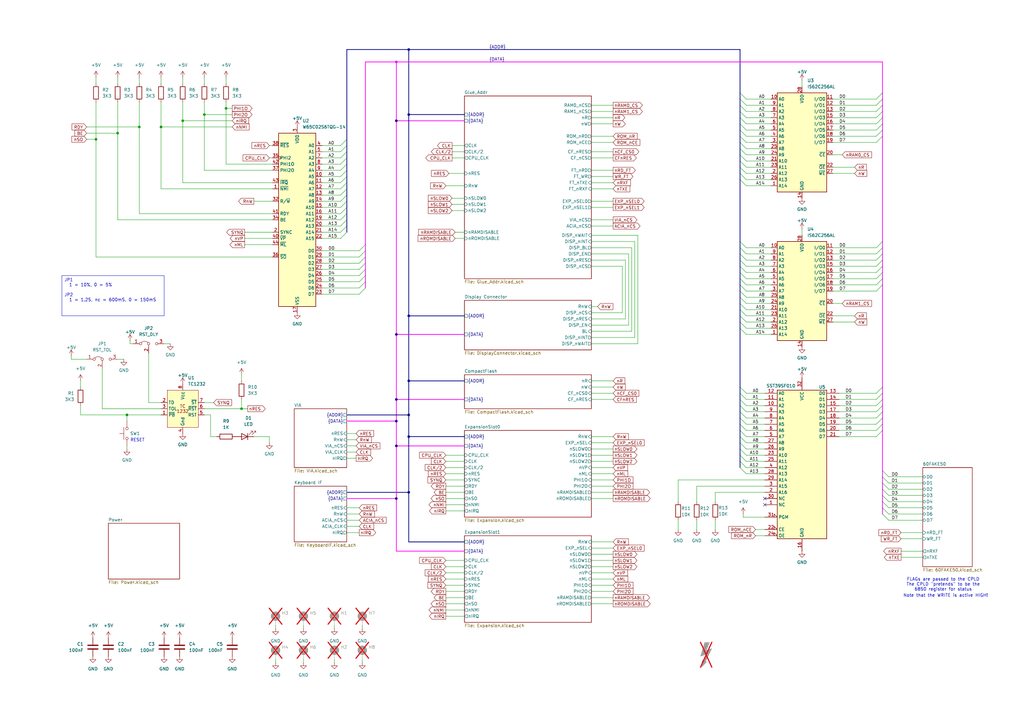
<source format=kicad_sch>
(kicad_sch (version 20250114) (generator "eeschema") (generator_version "9.0")
  (paper "A3")
  (text "FLAGs are passed to the CPLD\nThe CPLD \"pretends\" to be the\n6850 register for status" (at 386.842 239.776 0) (effects (font (size 1.27 1.27))))
  (text "RESET\n" (at 56.388 180.594 0) (effects (font (size 1.27 1.27))))
  (text "Note that the WRITE is active HIGH!" (at 387.858 244.348 0) (effects (font (size 1.27 1.27))))
  (text_box "JP1 \n  1 = 10%, 0 = 5%\n\nJP2\n  1 = 1.2S, nc = 600mS, 0 = 150mS" (at 25.4 113.03 0) (size 41.91 16.51) (margins 0.9525 0.9525 0.9525 0.9525) (effects (font (size 1.27 1.27)) (justify left top)))
  (junction (at 83.82 46.99))
  (junction (at 92.71 44.45))
  (junction (at 162.56 49.53))
  (junction (at 167.64 156.21))
  (junction (at 162.56 172.72))
  (junction (at 167.64 46.99))
  (junction (at 167.64 129.54))
  (junction (at 167.64 201.93))
  (junction (at 167.64 20.32))
  (junction (at 39.37 57.15))
  (junction (at 162.56 182.88))
  (junction (at 74.93 49.53))
  (junction (at 162.56 163.83))
  (junction (at 48.26 54.61))
  (junction (at 99.06 167.64))
  (junction (at 167.64 170.18))
  (junction (at 57.15 52.07))
  (junction (at 52.07 170.18))
  (junction (at 162.56 25.4) (color 255 0 255 1))
  (junction (at 162.56 204.47))
  (junction (at 66.04 52.07))
  (junction (at 167.64 179.07))
  (junction (at 162.56 137.16))
  (no_connect (at 313.69 204.47))
  (no_connect (at 313.69 207.01))
  (bus_entry (at 139.7 80.01) (size 2.54 -2.54))
  (bus_entry (at 359.41 173.99) (size 2.54 -2.54))
  (bus_entry (at 147.32 118.11) (size 2.54 -2.54))
  (bus_entry (at 306.07 60.96) (size -2.54 -2.54))
  (bus_entry (at 359.41 171.45) (size 2.54 -2.54))
  (bus_entry (at 147.32 105.41) (size 2.54 -2.54))
  (bus_entry (at 359.41 45.72) (size 2.54 -2.54))
  (bus_entry (at 306.07 173.99) (size -2.54 -2.54))
  (bus_entry (at 139.7 97.79) (size 2.54 -2.54))
  (bus_entry (at 306.07 161.29) (size -2.54 -2.54))
  (bus_entry (at 306.07 127) (size -2.54 -2.54))
  (bus_entry (at 359.41 40.64) (size 2.54 -2.54))
  (bus_entry (at 147.32 107.95) (size 2.54 -2.54))
  (bus_entry (at 306.07 137.16) (size -2.54 -2.54))
  (bus_entry (at 306.07 111.76) (size -2.54 -2.54))
  (bus_entry (at 306.07 171.45) (size -2.54 -2.54))
  (bus_entry (at 364.49 200.66) (size -2.54 -2.54))
  (bus_entry (at 306.07 104.14) (size -2.54 -2.54))
  (bus_entry (at 359.41 50.8) (size 2.54 -2.54))
  (bus_entry (at 306.07 119.38) (size -2.54 -2.54))
  (bus_entry (at 139.7 77.47) (size 2.54 -2.54))
  (bus_entry (at 147.32 102.87) (size 2.54 -2.54))
  (bus_entry (at 306.07 184.15) (size -2.54 -2.54))
  (bus_entry (at 364.49 198.12) (size -2.54 -2.54))
  (bus_entry (at 364.49 208.28) (size -2.54 -2.54))
  (bus_entry (at 139.7 87.63) (size 2.54 -2.54))
  (bus_entry (at 306.07 66.04) (size -2.54 -2.54))
  (bus_entry (at 359.41 166.37) (size 2.54 -2.54))
  (bus_entry (at 306.07 68.58) (size -2.54 -2.54))
  (bus_entry (at 359.41 101.6) (size 2.54 -2.54))
  (bus_entry (at 306.07 191.77) (size -2.54 -2.54))
  (bus_entry (at 139.7 82.55) (size 2.54 -2.54))
  (bus_entry (at 306.07 189.23) (size -2.54 -2.54))
  (bus_entry (at 359.41 58.42) (size 2.54 -2.54))
  (bus_entry (at 306.07 179.07) (size -2.54 -2.54))
  (bus_entry (at 139.7 69.85) (size 2.54 -2.54))
  (bus_entry (at 306.07 114.3) (size -2.54 -2.54))
  (bus_entry (at 306.07 168.91) (size -2.54 -2.54))
  (bus_entry (at 139.7 72.39) (size 2.54 -2.54))
  (bus_entry (at 306.07 40.64) (size -2.54 -2.54))
  (bus_entry (at 359.41 55.88) (size 2.54 -2.54))
  (bus_entry (at 306.07 50.8) (size -2.54 -2.54))
  (bus_entry (at 359.41 43.18) (size 2.54 -2.54))
  (bus_entry (at 306.07 55.88) (size -2.54 -2.54))
  (bus_entry (at 359.41 104.14) (size 2.54 -2.54))
  (bus_entry (at 359.41 114.3) (size 2.54 -2.54))
  (bus_entry (at 306.07 176.53) (size -2.54 -2.54))
  (bus_entry (at 364.49 213.36) (size -2.54 -2.54))
  (bus_entry (at 359.41 106.68) (size 2.54 -2.54))
  (bus_entry (at 306.07 48.26) (size -2.54 -2.54))
  (bus_entry (at 306.07 124.46) (size -2.54 -2.54))
  (bus_entry (at 139.7 62.23) (size 2.54 -2.54))
  (bus_entry (at 364.49 205.74) (size -2.54 -2.54))
  (bus_entry (at 306.07 181.61) (size -2.54 -2.54))
  (bus_entry (at 359.41 168.91) (size 2.54 -2.54))
  (bus_entry (at 306.07 71.12) (size -2.54 -2.54))
  (bus_entry (at 139.7 67.31) (size 2.54 -2.54))
  (bus_entry (at 139.7 92.71) (size 2.54 -2.54))
  (bus_entry (at 364.49 195.58) (size -2.54 -2.54))
  (bus_entry (at 306.07 134.62) (size -2.54 -2.54))
  (bus_entry (at 147.32 115.57) (size 2.54 -2.54))
  (bus_entry (at 306.07 73.66) (size -2.54 -2.54))
  (bus_entry (at 359.41 116.84) (size 2.54 -2.54))
  (bus_entry (at 306.07 166.37) (size -2.54 -2.54))
  (bus_entry (at 359.41 176.53) (size 2.54 -2.54))
  (bus_entry (at 359.41 109.22) (size 2.54 -2.54))
  (bus_entry (at 364.49 203.2) (size -2.54 -2.54))
  (bus_entry (at 306.07 129.54) (size -2.54 -2.54))
  (bus_entry (at 306.07 106.68) (size -2.54 -2.54))
  (bus_entry (at 359.41 179.07) (size 2.54 -2.54))
  (bus_entry (at 306.07 163.83) (size -2.54 -2.54))
  (bus_entry (at 139.7 64.77) (size 2.54 -2.54))
  (bus_entry (at 139.7 85.09) (size 2.54 -2.54))
  (bus_entry (at 139.7 90.17) (size 2.54 -2.54))
  (bus_entry (at 147.32 113.03) (size 2.54 -2.54))
  (bus_entry (at 306.07 121.92) (size -2.54 -2.54))
  (bus_entry (at 306.07 58.42) (size -2.54 -2.54))
  (bus_entry (at 359.41 161.29) (size 2.54 -2.54))
  (bus_entry (at 306.07 45.72) (size -2.54 -2.54))
  (bus_entry (at 359.41 111.76) (size 2.54 -2.54))
  (bus_entry (at 359.41 163.83) (size 2.54 -2.54))
  (bus_entry (at 306.07 109.22) (size -2.54 -2.54))
  (bus_entry (at 359.41 48.26) (size 2.54 -2.54))
  (bus_entry (at 147.32 110.49) (size 2.54 -2.54))
  (bus_entry (at 359.41 119.38) (size 2.54 -2.54))
  (bus_entry (at 147.32 120.65) (size 2.54 -2.54))
  (bus_entry (at 139.7 74.93) (size 2.54 -2.54))
  (bus_entry (at 306.07 132.08) (size -2.54 -2.54))
  (bus_entry (at 364.49 210.82) (size -2.54 -2.54))
  (bus_entry (at 306.07 116.84) (size -2.54 -2.54))
  (bus_entry (at 306.07 43.18) (size -2.54 -2.54))
  (bus_entry (at 139.7 95.25) (size 2.54 -2.54))
  (bus_entry (at 139.7 59.69) (size 2.54 -2.54))
  (bus_entry (at 306.07 63.5) (size -2.54 -2.54))
  (bus_entry (at 306.07 76.2) (size -2.54 -2.54))
  (bus_entry (at 306.07 194.31) (size -2.54 -2.54))
  (bus_entry (at 359.41 53.34) (size 2.54 -2.54))
  (bus_entry (at 306.07 186.69) (size -2.54 -2.54))
  (bus_entry (at 306.07 101.6) (size -2.54 -2.54))
  (bus_entry (at 306.07 53.34) (size -2.54 -2.54))
  (bus (pts (xy 361.95 50.8) (xy 361.95 53.34)) (stroke (width 0) (color 255 0 255 1)))
  (wire (pts (xy 316.23 134.62) (xy 306.07 134.62)))
  (bus (pts (xy 303.53 184.15) (xy 303.53 186.69)))
  (wire (pts (xy 185.42 83.82) (xy 190.5 83.82)))
  (wire (pts (xy 110.49 179.07) (xy 104.14 179.07)))
  (wire (pts (xy 146.05 185.42) (xy 142.24 185.42)))
  (wire (pts (xy 242.57 50.8) (xy 251.46 50.8)))
  (bus (pts (xy 142.24 77.47) (xy 142.24 74.93)))
  (bus (pts (xy 361.95 193.04) (xy 361.95 176.53)) (stroke (width 0) (color 255 0 255 1)))
  (bus (pts (xy 162.56 226.06) (xy 190.5 226.06)) (stroke (width 0) (color 255 0 255 1)))
  (bus (pts (xy 303.53 73.66) (xy 303.53 99.06)))
  (bus (pts (xy 162.56 182.88) (xy 162.56 204.47)) (stroke (width 0) (color 255 0 255 1)))
  (wire (pts (xy 251.46 77.47) (xy 242.57 77.47)))
  (bus (pts (xy 303.53 129.54) (xy 303.53 132.08)))
  (wire (pts (xy 316.23 101.6) (xy 306.07 101.6)))
  (bus (pts (xy 149.86 105.41) (xy 149.86 107.95)) (stroke (width 0) (color 255 0 255 1)))
  (wire (pts (xy 147.32 208.28) (xy 142.24 208.28)))
  (wire (pts (xy 242.57 109.22) (xy 255.27 109.22)))
  (bus (pts (xy 303.53 186.69) (xy 303.53 189.23)))
  (wire (pts (xy 341.63 104.14) (xy 359.41 104.14)))
  (wire (pts (xy 341.63 58.42) (xy 359.41 58.42)))
  (wire (pts (xy 53.34 140.97) (xy 53.34 139.7)))
  (wire (pts (xy 341.63 53.34) (xy 359.41 53.34)))
  (wire (pts (xy 309.88 219.71) (xy 313.69 219.71)))
  (bus (pts (xy 167.64 46.99) (xy 167.64 20.32)))
  (wire (pts (xy 316.23 109.22) (xy 306.07 109.22)))
  (wire (pts (xy 341.63 48.26) (xy 359.41 48.26)))
  (wire (pts (xy 66.04 167.64) (xy 41.91 167.64)))
  (wire (pts (xy 316.23 58.42) (xy 306.07 58.42)))
  (wire (pts (xy 260.35 99.06) (xy 260.35 138.43)))
  (wire (pts (xy 74.93 49.53) (xy 95.25 49.53)))
  (bus (pts (xy 303.53 134.62) (xy 303.53 132.08)))
  (wire (pts (xy 309.88 217.17) (xy 313.69 217.17)))
  (wire (pts (xy 341.63 114.3) (xy 359.41 114.3)))
  (bus (pts (xy 361.95 109.22) (xy 361.95 111.76)) (stroke (width 0) (color 255 0 255 1)))
  (wire (pts (xy 111.76 69.85) (xy 83.82 69.85)))
  (bus (pts (xy 162.56 182.88) (xy 190.5 182.88)) (stroke (width 0) (color 255 0 255 1)))
  (wire (pts (xy 344.17 179.07) (xy 359.41 179.07)))
  (wire (pts (xy 251.46 234.95) (xy 242.57 234.95)))
  (wire (pts (xy 146.05 177.8) (xy 142.24 177.8)))
  (wire (pts (xy 66.04 52.07) (xy 95.25 52.07)))
  (bus (pts (xy 303.53 171.45) (xy 303.53 173.99)))
  (wire (pts (xy 242.57 45.72) (xy 251.46 45.72)))
  (wire (pts (xy 35.56 57.15) (xy 39.37 57.15)))
  (bus (pts (xy 361.95 25.4) (xy 361.95 38.1)) (stroke (width 0) (color 255 0 255 1)))
  (wire (pts (xy 261.62 96.52) (xy 261.62 140.97)))
  (wire (pts (xy 313.69 173.99) (xy 306.07 173.99)))
  (wire (pts (xy 341.63 132.08) (xy 350.52 132.08)))
  (wire (pts (xy 251.46 82.55) (xy 242.57 82.55)))
  (wire (pts (xy 313.69 212.09) (xy 304.8 212.09)))
  (bus (pts (xy 303.53 166.37) (xy 303.53 168.91)))
  (wire (pts (xy 124.46 256.54) (xy 124.46 257.81)))
  (wire (pts (xy 341.63 129.54) (xy 350.52 129.54)))
  (bus (pts (xy 303.53 43.18) (xy 303.53 45.72)))
  (bus (pts (xy 149.86 110.49) (xy 149.86 113.03)) (stroke (width 0) (color 255 0 255 1)))
  (wire (pts (xy 242.57 158.75) (xy 251.46 158.75)))
  (wire (pts (xy 35.56 54.61) (xy 48.26 54.61)))
  (bus (pts (xy 162.56 163.83) (xy 162.56 172.72)) (stroke (width 0) (color 255 0 255 1)))
  (bus (pts (xy 303.53 127) (xy 303.53 129.54)))
  (bus (pts (xy 303.53 104.14) (xy 303.53 106.68)))
  (wire (pts (xy 132.08 105.41) (xy 147.32 105.41)))
  (bus (pts (xy 303.53 53.34) (xy 303.53 55.88)))
  (bus (pts (xy 303.53 134.62) (xy 303.53 158.75)))
  (wire (pts (xy 242.57 247.65) (xy 251.46 247.65)))
  (bus (pts (xy 303.53 106.68) (xy 303.53 109.22)))
  (wire (pts (xy 378.46 213.36) (xy 364.49 213.36)))
  (wire (pts (xy 313.69 171.45) (xy 306.07 171.45)))
  (wire (pts (xy 132.08 118.11) (xy 147.32 118.11)))
  (wire (pts (xy 316.23 111.76) (xy 306.07 111.76)))
  (wire (pts (xy 316.23 66.04) (xy 306.07 66.04)))
  (wire (pts (xy 185.42 59.69) (xy 190.5 59.69)))
  (wire (pts (xy 83.82 165.1) (xy 87.63 165.1)))
  (bus (pts (xy 142.24 80.01) (xy 142.24 77.47)))
  (wire (pts (xy 35.56 52.07) (xy 57.15 52.07)))
  (wire (pts (xy 132.08 95.25) (xy 139.7 95.25)))
  (bus (pts (xy 162.56 163.83) (xy 190.5 163.83)) (stroke (width 0) (color 255 0 255 1)))
  (bus (pts (xy 149.86 25.4) (xy 162.56 25.4)) (stroke (width 0) (color 255 0 255 1)))
  (wire (pts (xy 242.57 245.11) (xy 251.46 245.11)))
  (wire (pts (xy 293.37 217.17) (xy 293.37 213.36)))
  (wire (pts (xy 74.93 74.93) (xy 111.76 74.93)))
  (wire (pts (xy 251.46 224.79) (xy 242.57 224.79)))
  (bus (pts (xy 142.24 72.39) (xy 142.24 69.85)))
  (wire (pts (xy 182.88 240.03) (xy 190.5 240.03)))
  (wire (pts (xy 92.71 44.45) (xy 92.71 41.91)))
  (wire (pts (xy 132.08 67.31) (xy 139.7 67.31)))
  (wire (pts (xy 242.57 43.18) (xy 251.46 43.18)))
  (bus (pts (xy 303.53 58.42) (xy 303.53 60.96)))
  (bus (pts (xy 162.56 172.72) (xy 162.56 182.88)) (stroke (width 0) (color 255 0 255 1)))
  (wire (pts (xy 182.88 229.87) (xy 190.5 229.87)))
  (bus (pts (xy 167.64 46.99) (xy 167.64 129.54)))
  (wire (pts (xy 313.69 161.29) (xy 306.07 161.29)))
  (bus (pts (xy 361.95 166.37) (xy 361.95 168.91)) (stroke (width 0) (color 255 0 255 1)))
  (wire (pts (xy 369.57 228.6) (xy 378.46 228.6)))
  (bus (pts (xy 167.64 170.18) (xy 167.64 179.07)))
  (wire (pts (xy 316.23 43.18) (xy 306.07 43.18)))
  (bus (pts (xy 142.24 92.71) (xy 142.24 90.17)))
  (wire (pts (xy 251.46 161.29) (xy 242.57 161.29)))
  (wire (pts (xy 66.04 165.1) (xy 60.96 165.1)))
  (wire (pts (xy 113.03 270.51) (xy 113.03 271.78)))
  (wire (pts (xy 251.46 163.83) (xy 242.57 163.83)))
  (bus (pts (xy 167.64 156.21) (xy 190.5 156.21)))
  (wire (pts (xy 261.62 140.97) (xy 242.57 140.97)))
  (wire (pts (xy 83.82 170.18) (xy 86.36 170.18)))
  (wire (pts (xy 278.13 196.85) (xy 278.13 205.74)))
  (bus (pts (xy 162.56 137.16) (xy 162.56 163.83)) (stroke (width 0) (color 255 0 255 1)))
  (wire (pts (xy 242.57 90.17) (xy 251.46 90.17)))
  (wire (pts (xy 251.46 62.23) (xy 242.57 62.23)))
  (wire (pts (xy 245.11 125.73) (xy 242.57 125.73)))
  (bus (pts (xy 142.24 57.15) (xy 142.24 20.32)))
  (wire (pts (xy 344.17 176.53) (xy 359.41 176.53)))
  (bus (pts (xy 361.95 195.58) (xy 361.95 193.04)) (stroke (width 0) (color 255 0 255 1)))
  (bus (pts (xy 142.24 87.63) (xy 142.24 85.09)))
  (bus (pts (xy 142.24 67.31) (xy 142.24 64.77)))
  (wire (pts (xy 316.23 119.38) (xy 306.07 119.38)))
  (wire (pts (xy 99.06 163.83) (xy 99.06 167.64)))
  (wire (pts (xy 378.46 195.58) (xy 364.49 195.58)))
  (wire (pts (xy 242.57 104.14) (xy 257.81 104.14)))
  (wire (pts (xy 242.57 96.52) (xy 261.62 96.52)))
  (wire (pts (xy 341.63 111.76) (xy 359.41 111.76)))
  (wire (pts (xy 66.04 52.07) (xy 66.04 77.47)))
  (bus (pts (xy 303.53 124.46) (xy 303.53 127)))
  (bus (pts (xy 190.5 46.99) (xy 167.64 46.99)))
  (wire (pts (xy 251.46 69.85) (xy 242.57 69.85)))
  (wire (pts (xy 313.69 201.93) (xy 293.37 201.93)))
  (wire (pts (xy 48.26 54.61) (xy 48.26 90.17)))
  (wire (pts (xy 132.08 64.77) (xy 139.7 64.77)))
  (wire (pts (xy 147.32 218.44) (xy 142.24 218.44)))
  (wire (pts (xy 132.08 77.47) (xy 139.7 77.47)))
  (wire (pts (xy 48.26 90.17) (xy 111.76 90.17)))
  (bus (pts (xy 303.53 121.92) (xy 303.53 124.46)))
  (wire (pts (xy 111.76 105.41) (xy 39.37 105.41)))
  (wire (pts (xy 316.23 116.84) (xy 306.07 116.84)))
  (bus (pts (xy 142.24 59.69) (xy 142.24 57.15)))
  (bus (pts (xy 142.24 95.25) (xy 142.24 92.71)))
  (wire (pts (xy 182.88 242.57) (xy 190.5 242.57)))
  (wire (pts (xy 33.02 156.21) (xy 33.02 158.75)))
  (bus (pts (xy 303.53 60.96) (xy 303.53 63.5)))
  (wire (pts (xy 242.57 101.6) (xy 259.08 101.6)))
  (wire (pts (xy 186.69 95.25) (xy 190.5 95.25)))
  (wire (pts (xy 39.37 41.91) (xy 39.37 57.15)))
  (wire (pts (xy 146.05 180.34) (xy 142.24 180.34)))
  (bus (pts (xy 361.95 198.12) (xy 361.95 195.58)) (stroke (width 0) (color 255 0 255 1)))
  (bus (pts (xy 303.53 50.8) (xy 303.53 53.34)))
  (bus (pts (xy 361.95 171.45) (xy 361.95 173.99)) (stroke (width 0) (color 255 0 255 1)))
  (wire (pts (xy 132.08 110.49) (xy 147.32 110.49)))
  (wire (pts (xy 182.88 209.55) (xy 190.5 209.55)))
  (wire (pts (xy 316.23 55.88) (xy 306.07 55.88)))
  (wire (pts (xy 66.04 41.91) (xy 66.04 52.07)))
  (bus (pts (xy 303.53 114.3) (xy 303.53 116.84)))
  (wire (pts (xy 251.46 196.85) (xy 242.57 196.85)))
  (wire (pts (xy 182.88 201.93) (xy 190.5 201.93)))
  (wire (pts (xy 182.88 204.47) (xy 190.5 204.47)))
  (wire (pts (xy 341.63 71.12) (xy 350.52 71.12)))
  (wire (pts (xy 48.26 31.75) (xy 48.26 34.29)))
  (wire (pts (xy 182.88 237.49) (xy 190.5 237.49)))
  (wire (pts (xy 341.63 124.46) (xy 345.44 124.46)))
  (wire (pts (xy 369.57 218.44) (xy 378.46 218.44)))
  (bus (pts (xy 303.53 176.53) (xy 303.53 179.07)))
  (bus (pts (xy 303.53 73.66) (xy 303.53 71.12)))
  (bus (pts (xy 361.95 111.76) (xy 361.95 114.3)) (stroke (width 0) (color 255 0 255 1)))
  (wire (pts (xy 182.88 199.39) (xy 190.5 199.39)))
  (bus (pts (xy 361.95 99.06) (xy 361.95 101.6)) (stroke (width 0) (color 255 0 255 1)))
  (wire (pts (xy 182.88 247.65) (xy 190.5 247.65)))
  (wire (pts (xy 260.35 138.43) (xy 242.57 138.43)))
  (wire (pts (xy 251.46 237.49) (xy 242.57 237.49)))
  (wire (pts (xy 83.82 46.99) (xy 83.82 41.91)))
  (wire (pts (xy 92.71 67.31) (xy 92.71 44.45)))
  (wire (pts (xy 313.69 179.07) (xy 306.07 179.07)))
  (bus (pts (xy 142.24 74.93) (xy 142.24 72.39)))
  (bus (pts (xy 361.95 114.3) (xy 361.95 116.84)) (stroke (width 0) (color 255 0 255 1)))
  (wire (pts (xy 182.88 245.11) (xy 190.5 245.11)))
  (bus (pts (xy 361.95 40.64) (xy 361.95 43.18)) (stroke (width 0) (color 255 0 255 1)))
  (wire (pts (xy 182.88 76.2) (xy 190.5 76.2)))
  (bus (pts (xy 303.53 111.76) (xy 303.53 114.3)))
  (wire (pts (xy 74.93 49.53) (xy 74.93 74.93)))
  (bus (pts (xy 303.53 99.06) (xy 303.53 101.6)))
  (wire (pts (xy 182.88 252.73) (xy 190.5 252.73)))
  (wire (pts (xy 378.46 210.82) (xy 364.49 210.82)))
  (bus (pts (xy 361.95 173.99) (xy 361.95 176.53)) (stroke (width 0) (color 255 0 255 1)))
  (wire (pts (xy 132.08 69.85) (xy 139.7 69.85)))
  (wire (pts (xy 251.46 179.07) (xy 242.57 179.07)))
  (bus (pts (xy 167.64 170.18) (xy 167.64 156.21)))
  (bus (pts (xy 167.64 201.93) (xy 167.64 222.25)))
  (wire (pts (xy 251.46 189.23) (xy 242.57 189.23)))
  (bus (pts (xy 303.53 158.75) (xy 303.53 161.29)))
  (wire (pts (xy 251.46 232.41) (xy 242.57 232.41)))
  (bus (pts (xy 303.53 20.32) (xy 303.53 38.1)))
  (wire (pts (xy 316.23 50.8) (xy 306.07 50.8)))
  (wire (pts (xy 184.15 71.12) (xy 190.5 71.12)))
  (wire (pts (xy 255.27 109.22) (xy 255.27 128.27)))
  (wire (pts (xy 132.08 107.95) (xy 147.32 107.95)))
  (bus (pts (xy 162.56 137.16) (xy 190.5 137.16)) (stroke (width 0) (color 255 0 255 1)))
  (bus (pts (xy 361.95 168.91) (xy 361.95 171.45)) (stroke (width 0) (color 255 0 255 1)))
  (wire (pts (xy 39.37 57.15) (xy 39.37 105.41)))
  (wire (pts (xy 251.46 199.39) (xy 242.57 199.39)))
  (wire (pts (xy 341.63 116.84) (xy 359.41 116.84)))
  (wire (pts (xy 313.69 168.91) (xy 306.07 168.91)))
  (wire (pts (xy 182.88 207.01) (xy 190.5 207.01)))
  (wire (pts (xy 113.03 256.54) (xy 113.03 257.81)))
  (wire (pts (xy 251.46 242.57) (xy 242.57 242.57)))
  (wire (pts (xy 132.08 72.39) (xy 139.7 72.39)))
  (wire (pts (xy 313.69 184.15) (xy 306.07 184.15)))
  (wire (pts (xy 313.69 166.37) (xy 306.07 166.37)))
  (wire (pts (xy 251.46 74.93) (xy 242.57 74.93)))
  (bus (pts (xy 142.24 64.77) (xy 142.24 62.23)))
  (wire (pts (xy 251.46 222.25) (xy 242.57 222.25)))
  (wire (pts (xy 251.46 240.03) (xy 242.57 240.03)))
  (bus (pts (xy 303.53 173.99) (xy 303.53 176.53)))
  (wire (pts (xy 316.23 137.16) (xy 306.07 137.16)))
  (bus (pts (xy 303.53 55.88) (xy 303.53 58.42)))
  (wire (pts (xy 256.54 106.68) (xy 256.54 130.81)))
  (wire (pts (xy 341.63 50.8) (xy 359.41 50.8)))
  (wire (pts (xy 316.23 48.26) (xy 306.07 48.26)))
  (bus (pts (xy 142.24 20.32) (xy 167.64 20.32)))
  (wire (pts (xy 132.08 97.79) (xy 139.7 97.79)))
  (wire (pts (xy 83.82 69.85) (xy 83.82 46.99)))
  (wire (pts (xy 74.93 41.91) (xy 74.93 49.53)))
  (bus (pts (xy 361.95 200.66) (xy 361.95 198.12)) (stroke (width 0) (color 255 0 255 1)))
  (bus (pts (xy 142.24 82.55) (xy 142.24 80.01)))
  (wire (pts (xy 132.08 62.23) (xy 139.7 62.23)))
  (wire (pts (xy 251.46 58.42) (xy 242.57 58.42)))
  (wire (pts (xy 259.08 135.89) (xy 242.57 135.89)))
  (bus (pts (xy 303.53 119.38) (xy 303.53 121.92)))
  (bus (pts (xy 167.64 179.07) (xy 167.64 201.93)))
  (bus (pts (xy 303.53 40.64) (xy 303.53 43.18)))
  (wire (pts (xy 316.23 76.2) (xy 306.07 76.2)))
  (wire (pts (xy 132.08 92.71) (xy 139.7 92.71)))
  (wire (pts (xy 110.49 181.61) (xy 110.49 179.07)))
  (wire (pts (xy 39.37 31.75) (xy 39.37 34.29)))
  (wire (pts (xy 48.26 147.32) (xy 50.8 147.32)))
  (bus (pts (xy 162.56 25.4) (xy 361.95 25.4)) (stroke (width 0) (color 255 0 255 1)))
  (bus (pts (xy 303.53 45.72) (xy 303.53 48.26)))
  (wire (pts (xy 137.16 256.54) (xy 137.16 257.81)))
  (wire (pts (xy 57.15 52.07) (xy 57.15 87.63)))
  (wire (pts (xy 341.63 40.64) (xy 359.41 40.64)))
  (bus (pts (xy 142.24 69.85) (xy 142.24 67.31)))
  (wire (pts (xy 190.5 64.77) (xy 185.42 64.77)))
  (wire (pts (xy 242.57 201.93) (xy 251.46 201.93)))
  (bus (pts (xy 303.53 163.83) (xy 303.53 166.37)))
  (wire (pts (xy 316.23 71.12) (xy 306.07 71.12)))
  (wire (pts (xy 92.71 31.75) (xy 92.71 34.29)))
  (wire (pts (xy 147.32 213.36) (xy 142.24 213.36)))
  (wire (pts (xy 278.13 217.17) (xy 278.13 213.36)))
  (wire (pts (xy 316.23 45.72) (xy 306.07 45.72)))
  (bus (pts (xy 149.86 102.87) (xy 149.86 105.41)) (stroke (width 0) (color 255 0 255 1)))
  (wire (pts (xy 344.17 166.37) (xy 359.41 166.37)))
  (wire (pts (xy 369.57 226.06) (xy 378.46 226.06)))
  (wire (pts (xy 251.46 72.39) (xy 242.57 72.39)))
  (wire (pts (xy 132.08 74.93) (xy 139.7 74.93)))
  (wire (pts (xy 147.32 210.82) (xy 142.24 210.82)))
  (wire (pts (xy 257.81 104.14) (xy 257.81 133.35)))
  (bus (pts (xy 303.53 66.04) (xy 303.53 68.58)))
  (wire (pts (xy 148.59 270.51) (xy 148.59 271.78)))
  (wire (pts (xy 99.06 167.64) (xy 101.6 167.64)))
  (wire (pts (xy 182.88 189.23) (xy 190.5 189.23)))
  (bus (pts (xy 149.86 100.33) (xy 149.86 25.4)) (stroke (width 0) (color 255 0 255 1)))
  (wire (pts (xy 54.61 140.97) (xy 53.34 140.97)))
  (wire (pts (xy 48.26 41.91) (xy 48.26 54.61)))
  (wire (pts (xy 146.05 187.96) (xy 142.24 187.96)))
  (bus (pts (xy 303.53 179.07) (xy 303.53 181.61)))
  (wire (pts (xy 137.16 270.51) (xy 137.16 271.78)))
  (bus (pts (xy 361.95 55.88) (xy 361.95 99.06)) (stroke (width 0) (color 255 0 255 1)))
  (wire (pts (xy 100.33 100.33) (xy 111.76 100.33)))
  (wire (pts (xy 285.75 199.39) (xy 285.75 205.74)))
  (bus (pts (xy 361.95 158.75) (xy 361.95 161.29)) (stroke (width 0) (color 255 0 255 1)))
  (wire (pts (xy 242.57 106.68) (xy 256.54 106.68)))
  (bus (pts (xy 303.53 116.84) (xy 303.53 119.38)))
  (bus (pts (xy 303.53 168.91) (xy 303.53 171.45)))
  (bus (pts (xy 167.64 129.54) (xy 190.5 129.54)))
  (wire (pts (xy 316.23 121.92) (xy 306.07 121.92)))
  (wire (pts (xy 378.46 208.28) (xy 364.49 208.28)))
  (wire (pts (xy 251.46 85.09) (xy 242.57 85.09)))
  (wire (pts (xy 341.63 101.6) (xy 359.41 101.6)))
  (bus (pts (xy 142.24 201.93) (xy 167.64 201.93)))
  (wire (pts (xy 313.69 189.23) (xy 306.07 189.23)))
  (wire (pts (xy 316.23 104.14) (xy 306.07 104.14)))
  (wire (pts (xy 182.88 196.85) (xy 190.5 196.85)))
  (wire (pts (xy 316.23 132.08) (xy 306.07 132.08)))
  (wire (pts (xy 100.33 95.25) (xy 111.76 95.25)))
  (wire (pts (xy 328.93 33.02) (xy 328.93 35.56)))
  (wire (pts (xy 111.76 67.31) (xy 92.71 67.31)))
  (wire (pts (xy 132.08 115.57) (xy 147.32 115.57)))
  (wire (pts (xy 341.63 68.58) (xy 350.52 68.58)))
  (wire (pts (xy 378.46 200.66) (xy 364.49 200.66)))
  (wire (pts (xy 341.63 119.38) (xy 359.41 119.38)))
  (bus (pts (xy 303.53 101.6) (xy 303.53 104.14)))
  (wire (pts (xy 344.17 168.91) (xy 359.41 168.91)))
  (wire (pts (xy 251.46 186.69) (xy 242.57 186.69)))
  (wire (pts (xy 185.42 86.36) (xy 190.5 86.36)))
  (bus (pts (xy 149.86 100.33) (xy 149.86 102.87)) (stroke (width 0) (color 255 0 255 1)))
  (wire (pts (xy 341.63 55.88) (xy 359.41 55.88)))
  (wire (pts (xy 99.06 153.67) (xy 99.06 156.21)))
  (wire (pts (xy 185.42 81.28) (xy 190.5 81.28)))
  (wire (pts (xy 316.23 60.96) (xy 306.07 60.96)))
  (bus (pts (xy 303.53 68.58) (xy 303.53 71.12)))
  (wire (pts (xy 132.08 85.09) (xy 139.7 85.09)))
  (wire (pts (xy 66.04 31.75) (xy 66.04 34.29)))
  (wire (pts (xy 313.69 163.83) (xy 306.07 163.83)))
  (bus (pts (xy 361.95 203.2) (xy 361.95 200.66)) (stroke (width 0) (color 255 0 255 1)))
  (bus (pts (xy 361.95 48.26) (xy 361.95 50.8)) (stroke (width 0) (color 255 0 255 1)))
  (wire (pts (xy 313.69 186.69) (xy 306.07 186.69)))
  (bus (pts (xy 149.86 107.95) (xy 149.86 110.49)) (stroke (width 0) (color 255 0 255 1)))
  (wire (pts (xy 83.82 31.75) (xy 83.82 34.29)))
  (wire (pts (xy 147.32 215.9) (xy 142.24 215.9)))
  (bus (pts (xy 167.64 129.54) (xy 167.64 156.21)))
  (wire (pts (xy 251.46 55.88) (xy 242.57 55.88)))
  (wire (pts (xy 57.15 31.75) (xy 57.15 34.29)))
  (wire (pts (xy 146.05 182.88) (xy 142.24 182.88)))
  (bus (pts (xy 361.95 43.18) (xy 361.95 45.72)) (stroke (width 0) (color 255 0 255 1)))
  (wire (pts (xy 67.31 140.97) (xy 69.85 140.97)))
  (bus (pts (xy 149.86 115.57) (xy 149.86 118.11)) (stroke (width 0) (color 255 0 255 1)))
  (bus (pts (xy 142.24 172.72) (xy 162.56 172.72)) (stroke (width 0) (color 255 0 255 1)))
  (wire (pts (xy 132.08 90.17) (xy 139.7 90.17)))
  (bus (pts (xy 142.24 85.09) (xy 142.24 82.55)))
  (wire (pts (xy 60.96 165.1) (xy 60.96 144.78)))
  (wire (pts (xy 110.49 64.77) (xy 111.76 64.77)))
  (wire (pts (xy 52.07 170.18) (xy 66.04 170.18)))
  (wire (pts (xy 104.14 82.55) (xy 111.76 82.55)))
  (wire (pts (xy 341.63 63.5) (xy 345.44 63.5)))
  (wire (pts (xy 132.08 113.03) (xy 147.32 113.03)))
  (wire (pts (xy 182.88 250.19) (xy 190.5 250.19)))
  (wire (pts (xy 378.46 205.74) (xy 364.49 205.74)))
  (bus (pts (xy 167.64 222.25) (xy 190.5 222.25)))
  (wire (pts (xy 259.08 101.6) (xy 259.08 135.89)))
  (wire (pts (xy 316.23 40.64) (xy 306.07 40.64)))
  (wire (pts (xy 257.81 133.35) (xy 242.57 133.35)))
  (wire (pts (xy 313.69 196.85) (xy 278.13 196.85)))
  (wire (pts (xy 285.75 217.17) (xy 285.75 213.36)))
  (bus (pts (xy 190.5 179.07) (xy 167.64 179.07)))
  (bus (pts (xy 149.86 113.03) (xy 149.86 115.57)) (stroke (width 0) (color 255 0 255 1)))
  (bus (pts (xy 162.56 49.53) (xy 162.56 25.4)) (stroke (width 0) (color 255 0 255 1)))
  (wire (pts (xy 344.17 173.99) (xy 359.41 173.99)))
  (wire (pts (xy 83.82 167.64) (xy 99.06 167.64)))
  (wire (pts (xy 242.57 92.71) (xy 251.46 92.71)))
  (wire (pts (xy 316.23 124.46) (xy 306.07 124.46)))
  (wire (pts (xy 33.02 170.18) (xy 52.07 170.18)))
  (wire (pts (xy 242.57 156.21) (xy 251.46 156.21)))
  (bus (pts (xy 361.95 53.34) (xy 361.95 55.88)) (stroke (width 0) (color 255 0 255 1)))
  (wire (pts (xy 293.37 201.93) (xy 293.37 205.74)))
  (wire (pts (xy 182.88 232.41) (xy 190.5 232.41)))
  (wire (pts (xy 316.23 127) (xy 306.07 127)))
  (wire (pts (xy 251.46 191.77) (xy 242.57 191.77)))
  (bus (pts (xy 303.53 63.5) (xy 303.53 66.04)))
  (wire (pts (xy 316.23 63.5) (xy 306.07 63.5)))
  (bus (pts (xy 167.64 20.32) (xy 303.53 20.32)))
  (bus (pts (xy 361.95 205.74) (xy 361.95 203.2)) (stroke (width 0) (color 255 0 255 1)))
  (wire (pts (xy 316.23 129.54) (xy 306.07 129.54)))
  (bus (pts (xy 303.53 109.22) (xy 303.53 111.76)))
  (wire (pts (xy 148.59 256.54) (xy 148.59 257.81)))
  (wire (pts (xy 66.04 77.47) (xy 111.76 77.47)))
  (wire (pts (xy 186.69 97.79) (xy 190.5 97.79)))
  (wire (pts (xy 341.63 45.72) (xy 359.41 45.72)))
  (bus (pts (xy 361.95 101.6) (xy 361.95 104.14)) (stroke (width 0) (color 255 0 255 1)))
  (wire (pts (xy 313.69 181.61) (xy 306.07 181.61)))
  (wire (pts (xy 86.36 179.07) (xy 88.9 179.07)))
  (wire (pts (xy 110.49 59.69) (xy 111.76 59.69)))
  (bus (pts (xy 190.5 49.53) (xy 162.56 49.53)) (stroke (width 0) (color 255 0 255 1)))
  (bus (pts (xy 303.53 161.29) (xy 303.53 163.83)))
  (wire (pts (xy 132.08 80.01) (xy 139.7 80.01)))
  (wire (pts (xy 378.46 198.12) (xy 364.49 198.12)))
  (bus (pts (xy 142.24 170.18) (xy 167.64 170.18)))
  (wire (pts (xy 304.8 212.09) (xy 304.8 210.82)))
  (wire (pts (xy 255.27 128.27) (xy 242.57 128.27)))
  (wire (pts (xy 313.69 176.53) (xy 306.07 176.53)))
  (wire (pts (xy 124.46 270.51) (xy 124.46 271.78)))
  (wire (pts (xy 57.15 41.91) (xy 57.15 52.07)))
  (wire (pts (xy 341.63 106.68) (xy 359.41 106.68)))
  (wire (pts (xy 74.93 31.75) (xy 74.93 34.29)))
  (bus (pts (xy 142.24 204.47) (xy 162.56 204.47)) (stroke (width 0) (color 255 0 255 1)))
  (bus (pts (xy 361.95 161.29) (xy 361.95 163.83)) (stroke (width 0) (color 255 0 255 1)))
  (wire (pts (xy 316.23 68.58) (xy 306.07 68.58)))
  (wire (pts (xy 182.88 186.69) (xy 190.5 186.69)))
  (wire (pts (xy 182.88 234.95) (xy 190.5 234.95)))
  (bus (pts (xy 361.95 106.68) (xy 361.95 109.22)) (stroke (width 0) (color 255 0 255 1)))
  (wire (pts (xy 341.63 43.18) (xy 359.41 43.18)))
  (wire (pts (xy 251.46 181.61) (xy 242.57 181.61)))
  (wire (pts (xy 132.08 82.55) (xy 139.7 82.55)))
  (wire (pts (xy 316.23 114.3) (xy 306.07 114.3)))
  (wire (pts (xy 86.36 170.18) (xy 86.36 179.07)))
  (bus (pts (xy 142.24 90.17) (xy 142.24 87.63)))
  (wire (pts (xy 100.33 97.79) (xy 111.76 97.79)))
  (wire (pts (xy 182.88 191.77) (xy 190.5 191.77)))
  (wire (pts (xy 316.23 106.68) (xy 306.07 106.68)))
  (wire (pts (xy 344.17 161.29) (xy 359.41 161.29)))
  (wire (pts (xy 83.82 46.99) (xy 95.25 46.99)))
  (bus (pts (xy 361.95 163.83) (xy 361.95 166.37)) (stroke (width 0) (color 255 0 255 1)))
  (wire (pts (xy 52.07 172.72) (xy 52.07 170.18)))
  (wire (pts (xy 57.15 87.63) (xy 111.76 87.63)))
  (wire (pts (xy 341.63 109.22) (xy 359.41 109.22)))
  (bus (pts (xy 162.56 49.53) (xy 162.56 137.16)) (stroke (width 0) (color 255 0 255 1)))
  (bus (pts (xy 361.95 208.28) (xy 361.95 205.74)) (stroke (width 0) (color 255 0 255 1)))
  (wire (pts (xy 316.23 53.34) (xy 306.07 53.34)))
  (bus (pts (xy 303.53 189.23) (xy 303.53 191.77)))
  (wire (pts (xy 316.23 73.66) (xy 306.07 73.66)))
  (wire (pts (xy 242.57 204.47) (xy 251.46 204.47)))
  (wire (pts (xy 251.46 227.33) (xy 242.57 227.33)))
  (bus (pts (xy 303.53 181.61) (xy 303.53 184.15)))
  (wire (pts (xy 33.02 170.18) (xy 33.02 166.37)))
  (wire (pts (xy 182.88 194.31) (xy 190.5 194.31)))
  (wire (pts (xy 256.54 130.81) (xy 242.57 130.81)))
  (wire (pts (xy 242.57 48.26) (xy 251.46 48.26)))
  (bus (pts (xy 361.95 45.72) (xy 361.95 48.26)) (stroke (width 0) (color 255 0 255 1)))
  (wire (pts (xy 35.56 147.32) (xy 29.21 147.32)))
  (wire (pts (xy 132.08 87.63) (xy 139.7 87.63)))
  (wire (pts (xy 378.46 203.2) (xy 364.49 203.2)))
  (bus (pts (xy 303.53 38.1) (xy 303.53 40.64)))
  (bus (pts (xy 361.95 104.14) (xy 361.95 106.68)) (stroke (width 0) (color 255 0 255 1)))
  (wire (pts (xy 132.08 120.65) (xy 147.32 120.65)))
  (bus (pts (xy 361.95 116.84) (xy 361.95 158.75)) (stroke (width 0) (color 255 0 255 1)))
  (wire (pts (xy 251.46 64.77) (xy 242.57 64.77)))
  (wire (pts (xy 132.08 102.87) (xy 147.32 102.87)))
  (wire (pts (xy 251.46 184.15) (xy 242.57 184.15)))
  (wire (pts (xy 344.17 163.83) (xy 359.41 163.83)))
  (wire (pts (xy 41.91 167.64) (xy 41.91 151.13)))
  (bus (pts (xy 361.95 38.1) (xy 361.95 40.64)) (stroke (width 0) (color 255 0 255 1)))
  (bus (pts (xy 303.53 48.26) (xy 303.53 50.8)))
  (bus (pts (xy 361.95 210.82) (xy 361.95 208.28)) (stroke (width 0) (color 255 0 255 1)))
  (wire (pts (xy 251.46 194.31) (xy 242.57 194.31)))
  (wire (pts (xy 132.08 59.69) (xy 139.7 59.69)))
  (wire (pts (xy 328.93 93.98) (xy 328.93 96.52)))
  (wire (pts (xy 242.57 99.06) (xy 260.35 99.06)))
  (wire (pts (xy 344.17 171.45) (xy 359.41 171.45)))
  (wire (pts (xy 313.69 191.77) (xy 306.07 191.77)))
  (wire (pts (xy 313.69 194.31) (xy 306.07 194.31)))
  (wire (pts (xy 185.42 62.23) (xy 190.5 62.23)))
  (bus (pts (xy 162.56 204.47) (xy 162.56 226.06)) (stroke (width 0) (color 255 0 255 1)))
  (wire (pts (xy 52.07 182.88) (xy 52.07 184.15)))
  (bus (pts (xy 142.24 62.23) (xy 142.24 59.69)))
  (wire (pts (xy 313.69 199.39) (xy 285.75 199.39)))
  (wire (pts (xy 92.71 44.45) (xy 95.25 44.45)))
  (wire (pts (xy 29.21 147.32) (xy 29.21 146.05)))
  (wire (pts (xy 369.57 220.98) (xy 378.46 220.98)))
  (wire (pts (xy 251.46 229.87) (xy 242.57 229.87)))
  (label "A4" (at 313.69 50.8 180))
  (label "A7" (at 313.69 119.38 180))
  (label "A5" (at 313.69 53.34 180))
  (label "D7" (at 134.62 120.65 0))
  (label "A0" (at 313.69 40.64 180))
  (label "A8" (at 313.69 60.96 180))
  (label "A10" (at 313.69 66.04 180))
  (label "D4" (at 344.17 111.76 0))
  (label "A4" (at 311.15 171.45 180))
  (label "D2" (at 344.17 45.72 0))
  (label "A0" (at 313.69 101.6 180))
  (label "D7" (at 344.17 58.42 0))
  (label "D3" (at 134.62 110.49 0))
  (label "D0" (at 344.17 40.64 0))
  (label "A6" (at 311.15 176.53 180))
  (label "{ADDR}" (at 200.66 20.32 0))
  (label "A14" (at 313.69 76.2 180))
  (label "A0" (at 311.15 161.29 180))
  (label "A4" (at 134.62 69.85 0))
  (label "A3" (at 134.62 67.31 0))
  (label "D5" (at 346.71 173.99 0))
  (label "A6" (at 134.62 74.93 0))
  (label "A1" (at 311.15 163.83 180))
  (label "D6" (at 134.62 118.11 0))
  (label "A10" (at 311.15 186.69 180))
  (label "A12" (at 134.62 90.17 0))
  (label "D5" (at 344.17 53.34 0))
  (label "A10" (at 313.69 127 180))
  (label "A8" (at 313.69 121.92 180))
  (label "A8" (at 311.15 181.61 180))
  (label "A6" (at 313.69 116.84 180))
  (label "D6" (at 344.17 116.84 0))
  (label "A12" (at 311.15 191.77 180))
  (label "A11" (at 311.15 189.23 180))
  (label "D6" (at 344.17 55.88 0))
  (label "D0" (at 346.71 161.29 0))
  (label "D6" (at 368.3 210.82 180))
  (label "A3" (at 311.15 168.91 180))
  (label "D2" (at 134.62 107.95 0))
  (label "D4" (at 368.3 205.74 180))
  (label "D1" (at 344.17 104.14 0))
  (label "D7" (at 344.17 119.38 0))
  (label "A14" (at 134.62 95.25 0))
  (label "A3" (at 313.69 109.22 180))
  (label "D4" (at 134.62 113.03 0))
  (label "D4" (at 344.17 50.8 0))
  (label "D3" (at 368.3 203.2 180))
  (label "D5" (at 368.3 208.28 180))
  (label "A2" (at 311.15 166.37 180))
  (label "D7" (at 346.71 179.07 0))
  (label "A2" (at 313.69 106.68 180))
  (label "A10" (at 134.62 85.09 0))
  (label "A7" (at 311.15 179.07 180))
  (label "D1" (at 344.17 43.18 0))
  (label "A9" (at 134.62 82.55 0))
  (label "D3" (at 346.71 168.91 0))
  (label "A9" (at 313.69 63.5 180))
  (label "D5" (at 134.62 115.57 0))
  (label "A2" (at 313.69 45.72 180))
  (label "A12" (at 313.69 71.12 180))
  (label "D7" (at 368.3 213.36 180))
  (label "A15" (at 134.62 97.79 0))
  (label "A1" (at 134.62 62.23 0))
  (label "A5" (at 313.69 114.3 180))
  (label "A8" (at 134.62 80.01 0))
  (label "A1" (at 313.69 104.14 180))
  (label "D1" (at 346.71 163.83 0))
  (label "{DATA}" (at 200.66 25.4 0))
  (label "D1" (at 368.3 198.12 180))
  (label "A14" (at 313.69 137.16 180))
  (label "A12" (at 313.69 132.08 180))
  (label "A7" (at 134.62 77.47 0))
  (label "D2" (at 344.17 106.68 0))
  (label "A13" (at 313.69 73.66 180))
  (label "A9" (at 313.69 124.46 180))
  (label "A11" (at 313.69 129.54 180))
  (label "A4" (at 313.69 111.76 180))
  (label "A1" (at 313.69 43.18 180))
  (label "A13" (at 313.69 134.62 180))
  (label "D0" (at 344.17 101.6 0))
  (label "A7" (at 313.69 58.42 180))
  (label "A0" (at 134.62 59.69 0))
  (label "D2" (at 346.71 166.37 0))
  (label "D6" (at 346.71 176.53 0))
  (label "A5" (at 134.62 72.39 0))
  (label "A13" (at 134.62 92.71 0))
  (label "D3" (at 344.17 48.26 0))
  (label "D0" (at 368.3 195.58 180))
  (label "A11" (at 134.62 87.63 0))
  (label "A6" (at 313.69 55.88 180))
  (label "A13" (at 311.15 194.31 180))
  (label "A11" (at 313.69 68.58 180))
  (label "D2" (at 368.3 200.66 180))
  (label "A3" (at 313.69 48.26 180))
  (label "D3" (at 344.17 109.22 0))
  (label "D1" (at 134.62 105.41 0))
  (label "D0" (at 134.62 102.87 0))
  (label "A2" (at 134.62 64.77 0))
  (label "D5" (at 344.17 114.3 0))
  (label "A9" (at 311.15 184.15 180))
  (label "D4" (at 346.71 171.45 0))
  (label "A5" (at 311.15 173.99 180))
  (global_label "nNMI" (shape input) (at 95.25 52.07 0) (property "Intersheetrefs" "${INTERSHEET_REFS}" (effects (hide yes))))
  (global_label "nSLOW1" (shape input) (at 185.42 83.82 180) (property "Intersheetrefs" "${INTERSHEET_REFS}" (effects (hide yes))))
  (global_label "nTXE" (shape output) (at 369.57 228.6 180) (property "Intersheetrefs" "${INTERSHEET_REFS}" (effects (hide yes))))
  (global_label "nRES" (shape output) (at 101.6 167.64 0) (property "Intersheetrefs" "${INTERSHEET_REFS}" (effects (hide yes))))
  (global_label "RnW" (shape input) (at 245.11 125.73 0) (property "Intersheetrefs" "${INTERSHEET_REFS}" (effects (hide yes))))
  (global_label "RDY" (shape input) (at 35.56 52.07 180) (property "Intersheetrefs" "${INTERSHEET_REFS}" (effects (hide yes))))
  (global_label "nW" (shape input) (at 350.52 132.08 0) (property "Intersheetrefs" "${INTERSHEET_REFS}" (effects (hide yes))))
  (global_label "nIRQ" (shape output) (at 147.32 218.44 0) (property "Intersheetrefs" "${INTERSHEET_REFS}" (effects (hide yes))))
  (global_label "nSLOW2" (shape input) (at 185.42 86.36 180) (property "Intersheetrefs" "${INTERSHEET_REFS}" (effects (hide yes))))
  (global_label "nRES" (shape input) (at 184.15 71.12 180) (property "Intersheetrefs" "${INTERSHEET_REFS}" (effects (hide yes))))
  (global_label "RnW" (shape input) (at 251.46 179.07 0) (property "Intersheetrefs" "${INTERSHEET_REFS}" (effects (hide yes))))
  (global_label "nRAM0_CS" (shape input) (at 345.44 63.5 0) (property "Intersheetrefs" "${INTERSHEET_REFS}" (effects (hide yes))))
  (global_label "CLK{slash}2" (shape input) (at 182.88 234.95 180) (property "Intersheetrefs" "${INTERSHEET_REFS}" (effects (hide yes))))
  (global_label "nRES" (shape input) (at 146.05 177.8 0) (property "Intersheetrefs" "${INTERSHEET_REFS}" (effects (hide yes))))
  (global_label "nRAM1_CS" (shape output) (at 251.46 45.72 0) (property "Intersheetrefs" "${INTERSHEET_REFS}" (effects (hide yes))))
  (global_label "nR" (shape input) (at 251.46 156.21 0) (property "Intersheetrefs" "${INTERSHEET_REFS}" (effects (hide yes))))
  (global_label "CLK{slash}2" (shape output) (at 185.42 62.23 180) (property "Intersheetrefs" "${INTERSHEET_REFS}" (effects (hide yes))))
  (global_label "EXP_nSEL0" (shape input) (at 251.46 181.61 0) (property "Intersheetrefs" "${INTERSHEET_REFS}" (effects (hide yes))))
  (global_label "RnW" (shape output) (at 104.14 82.55 180) (property "Intersheetrefs" "${INTERSHEET_REFS}" (effects (hide yes))))
  (global_label "nR" (shape input) (at 350.52 68.58 0) (property "Intersheetrefs" "${INTERSHEET_REFS}" (effects (hide yes))))
  (global_label "nRD_FT" (shape output) (at 251.46 69.85 0) (property "Intersheetrefs" "${INTERSHEET_REFS}" (effects (hide yes))))
  (global_label "CLK" (shape input) (at 147.32 215.9 0) (property "Intersheetrefs" "${INTERSHEET_REFS}" (effects (hide yes))))
  (global_label "EXP_nSEL1" (shape output) (at 251.46 85.09 0) (property "Intersheetrefs" "${INTERSHEET_REFS}" (effects (hide yes))))
  (global_label "ROM_nR" (shape input) (at 309.88 219.71 180) (property "Intersheetrefs" "${INTERSHEET_REFS}" (effects (hide yes))))
  (global_label "ACIA_nCS" (shape output) (at 251.46 92.71 0) (property "Intersheetrefs" "${INTERSHEET_REFS}" (effects (hide yes))))
  (global_label "EXP_nSEL0" (shape output) (at 251.46 82.55 0) (property "Intersheetrefs" "${INTERSHEET_REFS}" (effects (hide yes))))
  (global_label "RnW" (shape input) (at 146.05 180.34 0) (property "Intersheetrefs" "${INTERSHEET_REFS}" (effects (hide yes))))
  (global_label "nSO" (shape output) (at 182.88 247.65 180) (property "Intersheetrefs" "${INTERSHEET_REFS}" (effects (hide yes))))
  (global_label "nSO" (shape input) (at 35.56 57.15 180) (property "Intersheetrefs" "${INTERSHEET_REFS}" (effects (hide yes))))
  (global_label "RDY" (shape output) (at 182.88 199.39 180) (property "Intersheetrefs" "${INTERSHEET_REFS}" (effects (hide yes))))
  (global_label "nRES" (shape input) (at 182.88 194.31 180) (property "Intersheetrefs" "${INTERSHEET_REFS}" (effects (hide yes))))
  (global_label "nRAM0_CS" (shape output) (at 251.46 43.18 0) (property "Intersheetrefs" "${INTERSHEET_REFS}" (effects (hide yes))))
  (global_label "SYNQ" (shape input) (at 87.63 165.1 0) (property "Intersheetrefs" "${INTERSHEET_REFS}" (effects (hide yes))))
  (global_label "nW" (shape output) (at 251.46 50.8 0) (property "Intersheetrefs" "${INTERSHEET_REFS}" (effects (hide yes))))
  (global_label "PHI1O" (shape input) (at 251.46 240.03 0) (property "Intersheetrefs" "${INTERSHEET_REFS}" (effects (hide yes))))
  (global_label "PHI2O" (shape output) (at 95.25 46.99 0) (property "Intersheetrefs" "${INTERSHEET_REFS}" (effects (hide yes))))
  (global_label "nROMDISABLE" (shape output) (at 251.46 247.65 0) (property "Intersheetrefs" "${INTERSHEET_REFS}" (effects (hide yes))))
  (global_label "nIRQ" (shape output) (at 146.05 187.96 0) (property "Intersheetrefs" "${INTERSHEET_REFS}" (effects (hide yes))))
  (global_label "EXP_nSEL0" (shape input) (at 251.46 224.79 0) (property "Intersheetrefs" "${INTERSHEET_REFS}" (effects (hide yes))))
  (global_label "nSLOW0" (shape output) (at 251.46 227.33 0) (property "Intersheetrefs" "${INTERSHEET_REFS}" (effects (hide yes))))
  (global_label "nIRQ" (shape output) (at 182.88 252.73 180) (property "Intersheetrefs" "${INTERSHEET_REFS}" (effects (hide yes))))
  (global_label "ACIA_nCS" (shape input) (at 147.32 213.36 0) (property "Intersheetrefs" "${INTERSHEET_REFS}" (effects (hide yes))))
  (global_label "CPU_CLK" (shape output) (at 185.42 64.77 180) (property "Intersheetrefs" "${INTERSHEET_REFS}" (effects (hide yes))))
  (global_label "nRAMDISABLE" (shape output) (at 251.46 245.11 0) (property "Intersheetrefs" "${INTERSHEET_REFS}" (effects (hide yes))))
  (global_label "PHI1O" (shape input) (at 251.46 196.85 0) (property "Intersheetrefs" "${INTERSHEET_REFS}" (effects (hide yes))))
  (global_label "nTXE" (shape input) (at 251.46 77.47 0) (property "Intersheetrefs" "${INTERSHEET_REFS}" (effects (hide yes))))
  (global_label "nSLOW1" (shape output) (at 251.46 186.69 0) (property "Intersheetrefs" "${INTERSHEET_REFS}" (effects (hide yes))))
  (global_label "nML" (shape input) (at 251.46 194.31 0) (property "Intersheetrefs" "${INTERSHEET_REFS}" (effects (hide yes))))
  (global_label "nCF_CS0" (shape input) (at 251.46 161.29 0) (property "Intersheetrefs" "${INTERSHEET_REFS}" (effects (hide yes))))
  (global_label "nRAM1_CS" (shape input) (at 345.44 124.46 0) (property "Intersheetrefs" "${INTERSHEET_REFS}" (effects (hide yes))))
  (global_label "CPU_CLK" (shape input) (at 110.49 64.77 180) (property "Intersheetrefs" "${INTERSHEET_REFS}" (effects (hide yes))))
  (global_label "nML" (shape input) (at 251.46 237.49 0) (property "Intersheetrefs" "${INTERSHEET_REFS}" (effects (hide yes))))
  (global_label "CLK" (shape input) (at 182.88 232.41 180) (property "Intersheetrefs" "${INTERSHEET_REFS}" (effects (hide yes))))
  (global_label "nSLOW1" (shape output) (at 251.46 229.87 0) (property "Intersheetrefs" "${INTERSHEET_REFS}" (effects (hide yes))))
  (global_label "BE" (shape output) (at 182.88 245.11 180) (property "Intersheetrefs" "${INTERSHEET_REFS}" (effects (hide yes))))
  (global_label "nSLOW0" (shape input) (at 185.42 81.28 180) (property "Intersheetrefs" "${INTERSHEET_REFS}" (effects (hide yes))))
  (global_label "nR" (shape input) (at 350.52 129.54 0) (property "Intersheetrefs" "${INTERSHEET_REFS}" (effects (hide yes))))
  (global_label "WR_FT" (shape output) (at 251.46 72.39 0) (property "Intersheetrefs" "${INTERSHEET_REFS}" (effects (hide yes))))
  (global_label "nRES" (shape input) (at 182.88 237.49 180) (property "Intersheetrefs" "${INTERSHEET_REFS}" (effects (hide yes))))
  (global_label "nW" (shape input) (at 251.46 158.75 0) (property "Intersheetrefs" "${INTERSHEET_REFS}" (effects (hide yes))))
  (global_label "nNMI" (shape output) (at 182.88 207.01 180) (property "Intersheetrefs" "${INTERSHEET_REFS}" (effects (hide yes))))
  (global_label "RnW" (shape input) (at 251.46 222.25 0) (property "Intersheetrefs" "${INTERSHEET_REFS}" (effects (hide yes))))
  (global_label "nSLOW2" (shape output) (at 251.46 232.41 0) (property "Intersheetrefs" "${INTERSHEET_REFS}" (effects (hide yes))))
  (global_label "SYNQ" (shape output) (at 100.33 95.25 180) (property "Intersheetrefs" "${INTERSHEET_REFS}" (effects (hide yes))))
  (global_label "CFnRES" (shape input) (at 251.46 163.83 0) (property "Intersheetrefs" "${INTERSHEET_REFS}" (effects (hide yes))))
  (global_label "RDY" (shape output) (at 182.88 242.57 180) (property "Intersheetrefs" "${INTERSHEET_REFS}" (effects (hide yes))))
  (global_label "nRES" (shape input) (at 110.49 59.69 180) (property "Intersheetrefs" "${INTERSHEET_REFS}" (effects (hide yes))))
  (global_label "nSLOW0" (shape output) (at 251.46 184.15 0) (property "Intersheetrefs" "${INTERSHEET_REFS}" (effects (hide yes))))
  (global_label "nRAMDISABLE" (shape output) (at 251.46 201.93 0) (property "Intersheetrefs" "${INTERSHEET_REFS}" (effects (hide yes))))
  (global_label "PHI1O" (shape output) (at 95.25 44.45 0) (property "Intersheetrefs" "${INTERSHEET_REFS}" (effects (hide yes))))
  (global_label "CLK" (shape output) (at 185.42 59.69 180) (property "Intersheetrefs" "${INTERSHEET_REFS}" (effects (hide yes))))
  (global_label "nNMI" (shape output) (at 182.88 250.19 180) (property "Intersheetrefs" "${INTERSHEET_REFS}" (effects (hide yes))))
  (global_label "RnW" (shape input) (at 182.88 76.2 180) (property "Intersheetrefs" "${INTERSHEET_REFS}" (effects (hide yes))))
  (global_label "nRXF" (shape input) (at 251.46 74.93 0) (property "Intersheetrefs" "${INTERSHEET_REFS}" (effects (hide yes))))
  (global_label "CFnRES" (shape output) (at 251.46 64.77 0) (property "Intersheetrefs" "${INTERSHEET_REFS}" (effects (hide yes))))
  (global_label "nROMDISABLE" (shape input) (at 186.69 97.79 180) (property "Intersheetrefs" "${INTERSHEET_REFS}" (effects (hide yes))))
  (global_label "RnW" (shape input) (at 147.32 210.82 0) (property "Intersheetrefs" "${INTERSHEET_REFS}" (effects (hide yes))))
  (global_label "CPU_CLK" (shape input) (at 182.88 229.87 180) (property "Intersheetrefs" "${INTERSHEET_REFS}" (effects (hide yes))))
  (global_label "ROM_nCE" (shape input) (at 251.46 58.42 0) (property "Intersheetrefs" "${INTERSHEET_REFS}" (effects (hide yes))))
  (global_label "CLK{slash}2" (shape input) (at 182.88 191.77 180) (property "Intersheetrefs" "${INTERSHEET_REFS}" (effects (hide yes))))
  (global_label "nRD_FT" (shape input) (at 369.57 218.44 180) (property "Intersheetrefs" "${INTERSHEET_REFS}" (effects (hide yes))))
  (global_label "nIRQ" (shape input) (at 95.25 49.53 0) (property "Intersheetrefs" "${INTERSHEET_REFS}" (effects (hide yes))))
  (global_label "nML" (shape output) (at 100.33 100.33 180) (property "Intersheetrefs" "${INTERSHEET_REFS}" (effects (hide yes))))
  (global_label "CLK" (shape input) (at 146.05 185.42 0) (property "Intersheetrefs" "${INTERSHEET_REFS}" (effects (hide yes))))
  (global_label "PHI2O" (shape input) (at 251.46 199.39 0) (property "Intersheetrefs" "${INTERSHEET_REFS}" (effects (hide yes))))
  (global_label "nVP" (shape input) (at 251.46 191.77 0) (property "Intersheetrefs" "${INTERSHEET_REFS}" (effects (hide yes))))
  (global_label "ROM_nCE" (shape input) (at 309.88 217.17 180) (property "Intersheetrefs" "${INTERSHEET_REFS}" (effects (hide yes))))
  (global_label "VIA_nCS" (shape input) (at 146.05 182.88 0) (property "Intersheetrefs" "${INTERSHEET_REFS}" (effects (hide yes))))
  (global_label "nRAMDISABLE" (shape input) (at 186.69 95.25 180) (property "Intersheetrefs" "${INTERSHEET_REFS}" (effects (hide yes))))
  (global_label "CLK" (shape input) (at 182.88 189.23 180) (property "Intersheetrefs" "${INTERSHEET_REFS}" (effects (hide yes))))
  (global_label "nVP" (shape input) (at 251.46 234.95 0) (property "Intersheetrefs" "${INTERSHEET_REFS}" (effects (hide yes))))
  (global_label "nRES" (shape input) (at 147.32 208.28 0) (property "Intersheetrefs" "${INTERSHEET_REFS}" (effects (hide yes))))
  (global_label "nSLOW2" (shape output) (at 251.46 189.23 0) (property "Intersheetrefs" "${INTERSHEET_REFS}" (effects (hide yes))))
  (global_label "VIA_nCS" (shape output) (at 251.46 90.17 0) (property "Intersheetrefs" "${INTERSHEET_REFS}" (effects (hide yes))))
  (global_label "nCF_CS0" (shape output) (at 251.46 62.23 0) (property "Intersheetrefs" "${INTERSHEET_REFS}" (effects (hide yes))))
  (global_label "SYNQ" (shape input) (at 182.88 240.03 180) (property "Intersheetrefs" "${INTERSHEET_REFS}" (effects (hide yes))))
  (global_label "ROM_nR" (shape input) (at 251.46 55.88 0) (property "Intersheetrefs" "${INTERSHEET_REFS}" (effects (hide yes))))
  (global_label "nW" (shape input) (at 350.52 71.12 0) (property "Intersheetrefs" "${INTERSHEET_REFS}" (effects (hide yes))))
  (global_label "SYNQ" (shape input) (at 182.88 196.85 180) (property "Intersheetrefs" "${INTERSHEET_REFS}" (effects (hide yes))))
  (global_label "CPU_CLK" (shape input) (at 182.88 186.69 180) (property "Intersheetrefs" "${INTERSHEET_REFS}" (effects (hide yes))))
  (global_label "nRXF" (shape output) (at 369.57 226.06 180) (property "Intersheetrefs" "${INTERSHEET_REFS}" (effects (hide yes))))
  (global_label "nSO" (shape output) (at 182.88 204.47 180) (property "Intersheetrefs" "${INTERSHEET_REFS}" (effects (hide yes))))
  (global_label "nIRQ" (shape output) (at 182.88 209.55 180) (property "Intersheetrefs" "${INTERSHEET_REFS}" (effects (hide yes))))
  (global_label "BE" (shape output) (at 182.88 201.93 180) (property "Intersheetrefs" "${INTERSHEET_REFS}" (effects (hide yes))))
  (global_label "PHI2O" (shape input) (at 251.46 242.57 0) (property "Intersheetrefs" "${INTERSHEET_REFS}" (effects (hide yes))))
  (global_label "nR" (shape output) (at 251.46 48.26 0) (property "Intersheetrefs" "${INTERSHEET_REFS}" (effects (hide yes))))
  (global_label "WR_FT" (shape input) (at 369.57 220.98 180) (property "Intersheetrefs" "${INTERSHEET_REFS}" (effects (hide yes))))
  (global_label "BE" (shape input) (at 35.56 54.61 180) (property "Intersheetrefs" "${INTERSHEET_REFS}" (effects (hide yes))))
  (global_label "nROMDISABLE" (shape output) (at 251.46 204.47 0) (property "Intersheetrefs" "${INTERSHEET_REFS}" (effects (hide yes))))
  (global_label "nVP" (shape output) (at 100.33 97.79 180) (property "Intersheetrefs" "${INTERSHEET_REFS}" (effects (hide yes))))
  (symbol (lib_id "power:+5V") (at 328.93 93.98 0) (unit 1)
    (property "Reference" "#PWR036" (effects (hide yes)))
    (property "Value" "+5V" (at 328.93 90.424 0))
  )
  (symbol (lib_id "Device:R") (at 33.02 162.56 0) (mirror y) (unit 1)
    (property "Reference" "R1" (at 30.48 161.2899 0) (effects (justify left)))
    (property "Value" "3K3" (at 30.48 163.8299 0) (effects (justify left)))
    (property "Footprint" "Resistor_SMD:R_0603_1608Metric_Pad0.98x0.95mm_HandSolder" (effects (hide yes)))
    (property "LCSC" "DNF" (effects (hide yes)))
  )
  (symbol (lib_id "power:GND") (at 328.93 142.24 0) (unit 1)
    (property "Reference" "#PWR037" (effects (hide yes)))
    (property "Value" "GND" (at 328.93 146.8025 0))
  )
  (symbol (lib_id "power:GND") (at 74.93 177.8 0) (unit 1)
    (property "Reference" "#PWR021" (effects (hide yes)))
    (property "Value" "GND" (at 74.93 182.3625 0))
  )
  (symbol (lib_id "power:GND") (at 44.45 269.24 0) (unit 1)
    (property "Reference" "#PWR07" (effects (hide yes)))
    (property "Value" "GND" (at 44.45 274.32 0))
  )
  (symbol (lib_id "power:GND") (at 67.31 269.24 0) (mirror y) (unit 1)
    (property "Reference" "#PWR015" (effects (hide yes)))
    (property "Value" "GND" (at 67.31 274.32 0))
  )
  (symbol (lib_id "Device:R") (at 57.15 38.1 0) (unit 1)
    (property "Reference" "R4" (at 59.69 36.8299 0) (effects (justify left)))
    (property "Value" "3K3" (at 59.69 39.3699 0) (effects (justify left)))
    (property "Footprint" "Resistor_SMD:R_0603_1608Metric_Pad0.98x0.95mm_HandSolder" (effects (hide yes)))
    (property "LCSC" "C25890" (effects (hide yes)))
  )
  (symbol (lib_id "power:+5V") (at 99.06 153.67 0) (unit 1)
    (property "Reference" "#PWR026" (effects (hide yes)))
    (property "Value" "+5V" (at 99.06 148.59 0))
  )
  (symbol (lib_id "power:+5V") (at 304.8 210.82 0) (unit 1)
    (property "Reference" "#PWR033" (effects (hide yes)))
    (property "Value" "+5V" (at 304.8 205.74 0))
  )
  (symbol (lib_id "power:GND") (at 278.13 217.17 0) (unit 1)
    (property "Reference" "#PWR030" (effects (hide yes)))
    (property "Value" "GND" (at 278.13 221.7325 0))
  )
  (symbol (lib_id "Memory_RAM:IS62C256AL") (at 328.93 58.42 0) (unit 1)
    (property "Reference" "U3" (at 331.0733 33.02 0) (effects (justify left)))
    (property "Value" "IS62C256AL" (at 331.0733 35.56 0) (effects (justify left)))
    (property "Footprint" "Package_SO:SOP-28_8.4x18.16mm_P1.27mm" (effects (hide yes)))
    (property "Datasheet" "https://www.issi.com/WW/pdf/62-65C256AL.pdf" (effects (hide yes)))
    (property "Description" "32Kx8 bit Low Power CMOS Static RAM, 25/45ns" (effects (hide yes)))
    (property "Mouser Part Number" "870-62C256AL-25ULIT" (effects (hide yes)))
  )
  (symbol (lib_id "power:GND") (at 95.25 269.24 0) (mirror y) (unit 1)
    (property "Reference" "#PWR025" (effects (hide yes)))
    (property "Value" "GND" (at 95.25 274.32 0))
  )
  (symbol (lib_id "Device:LED") (at 100.33 179.07 180) (unit 1)
    (property "Reference" "D1" (at 101.9175 171.45 0))
    (property "Value" "LED" (at 101.9175 173.99 0))
    (property "Footprint" "LED_SMD:LED_0603_1608Metric" (effects (hide yes)))
    (property "Description" "Light emitting diode" (effects (hide yes)))
    (property "Sim.Pins" "1=K 2=A" (effects (hide yes)))
  )
  (symbol (lib_id "power:GND") (at 121.92 128.27 0) (unit 1)
    (property "Reference" "#PWR029" (effects (hide yes)))
    (property "Value" "GND" (at 121.92 132.8325 0))
  )
  (symbol (lib_id "Jumper:Jumper_3_Bridged12") (at 41.91 147.32 0) (unit 1) (in_bom no)
    (property "Reference" "JP1" (at 41.91 140.97 0))
    (property "Value" "RST_TOL" (at 41.91 143.51 0))
    (property "Footprint" "Jumpers:SolderJumper-3_P1.3mm_Bridged12_Pad1.0x1.5mm_NumberLabels" (effects (hide yes)))
    (property "Description" "Jumper, 3-pole, pins 1+2 closed/bridged" (effects (hide yes)))
  )
  (symbol (lib_id "power:GND") (at 124.46 257.81 0) (unit 1)
    (property "Reference" "#PWR0215" (effects (hide yes)))
    (property "Value" "GND" (at 124.46 262.89 0))
    (property "Description" "Power symbol creates a global label with name \"GND\" , ground" (effects (hide yes)))
  )
  (symbol (lib_id "power:GND") (at 50.8 147.32 0) (unit 1)
    (property "Reference" "#PWR09" (effects (hide yes)))
    (property "Value" "GND" (at 50.8 151.8825 0))
  )
  (symbol (lib_id "65xx-library:W65C02SxQ") (at 121.92 90.17 0) (unit 1)
    (property "Reference" "U2" (at 124.0633 49.53 0) (effects (justify left)))
    (property "Value" "W65C02S6TQG-14" (at 124.0633 52.07 0) (effects (justify left)))
    (property "Footprint" "W65C22S6TQG-14:QFP80P1320X1320X270-44N" (effects (hide yes)))
    (property "Datasheet" "http://www.westerndesigncenter.com/wdc/documentation/w65c02s.pdf" (effects (hide yes)))
    (property "Description" "8-bit CMOS General Purpose Microprocessor, LQFP-44" (effects (hide yes)))
    (property "Mouser Part Number" "955-W65C02S6TQG-14" (effects (hide yes)))
  )
  (symbol (lib_id "Device:R") (at 285.75 209.55 0) (unit 1)
    (property "Reference" "R12" (at 287.02 208.534 0) (effects (justify left)))
    (property "Value" "10K" (at 287.02 211.074 0) (effects (justify left)))
    (property "Footprint" "Resistor_SMD:R_0603_1608Metric_Pad0.98x0.95mm_HandSolder" (effects (hide yes)))
    (property "LCSC" "C25744" (effects (hide yes)))
  )
  (symbol (lib_id "power:GND") (at 124.46 271.78 0) (unit 1)
    (property "Reference" "#PWR0216" (effects (hide yes)))
    (property "Value" "GND" (at 124.46 276.86 0))
    (property "Description" "Power symbol creates a global label with name \"GND\" , ground" (effects (hide yes)))
  )
  (symbol (lib_id "power:GND") (at 52.07 184.15 0) (unit 1)
    (property "Reference" "#PWR010" (effects (hide yes)))
    (property "Value" "GND" (at 52.07 188.7125 0))
  )
  (symbol (lib_id "Device:R") (at 92.71 179.07 270) (unit 1)
    (property "Reference" "R9" (at 92.71 172.72 90))
    (property "Value" "1K" (at 92.71 175.26 90))
    (property "Footprint" "Resistor_SMD:R_0603_1608Metric_Pad0.98x0.95mm_HandSolder" (effects (hide yes)))
    (property "LCSC" "C23179" (effects (hide yes)))
  )
  (symbol (lib_id "Device:R") (at 48.26 38.1 0) (unit 1)
    (property "Reference" "R3" (at 50.8 36.8299 0) (effects (justify left)))
    (property "Value" "3K3" (at 50.8 39.3699 0) (effects (justify left)))
    (property "Footprint" "Resistor_SMD:R_0603_1608Metric_Pad0.98x0.95mm_HandSolder" (effects (hide yes)))
    (property "LCSC" "C25890" (effects (hide yes)))
  )
  (symbol (lib_id "power:+5V") (at 92.71 31.75 0) (unit 1)
    (property "Reference" "#PWR023" (effects (hide yes)))
    (property "Value" "+5V" (at 92.71 26.67 0))
  )
  (symbol (lib_id "Device:R") (at 66.04 38.1 0) (unit 1)
    (property "Reference" "R5" (at 68.58 36.8299 0) (effects (justify left)))
    (property "Value" "3K3" (at 68.58 39.3699 0) (effects (justify left)))
    (property "Footprint" "Resistor_SMD:R_0603_1608Metric_Pad0.98x0.95mm_HandSolder" (effects (hide yes)))
    (property "LCSC" "C25890" (effects (hide yes)))
  )
  (symbol (lib_id "power:+5V") (at 29.21 146.05 0) (unit 1)
    (property "Reference" "#PWR01" (effects (hide yes)))
    (property "Value" "+5V" (at 29.21 142.494 0))
  )
  (symbol (lib_id "power:GND") (at 328.93 81.28 0) (unit 1)
    (property "Reference" "#PWR035" (effects (hide yes)))
    (property "Value" "GND" (at 328.93 85.8425 0))
  )
  (symbol (lib_id "power:+5V") (at 57.15 31.75 0) (unit 1)
    (property "Reference" "#PWR012" (effects (hide yes)))
    (property "Value" "+5V" (at 57.15 26.67 0))
  )
  (symbol (lib_id "Mechanical:MountingHole_Pad") (at 113.03 254 0) (unit 1) (exclude_from_sim yes) (in_bom no) (dnp yes)
    (property "Reference" "H3" (at 115.57 251.4599 0) (effects (justify left)))
    (property "Value" "MountingHole_Pad" (effects (hide yes)))
    (property "Footprint" "MountingHole:MountingHole_3.2mm_M3_Pad_TopBottom" (effects (hide yes)))
    (property "Description" "Mounting Hole with connection" (effects (hide yes)))
    (property "LCSC" "DNF" (effects (hide yes)))
  )
  (symbol (lib_id "Graphic:SYM_Flash_Large") (at 289.56 267.97 0) (unit 1) (exclude_from_sim yes) (in_bom no) (dnp yes)
    (property "Reference" "FOX1" (effects (hide yes)))
    (property "Value" "SYM_Flash_Large" (effects (hide yes)))
    (property "Footprint" "PaulasKiCADFootPrint:Fox_avatar_18mm" (effects (hide yes)))
    (property "Description" "Flash symbol, large" (effects (hide yes)))
    (property "LCSC" "DNF" (effects (hide yes)))
  )
  (symbol (lib_id "power:+5V") (at 74.93 31.75 0) (unit 1)
    (property "Reference" "#PWR019" (effects (hide yes)))
    (property "Value" "+5V" (at 74.93 26.67 0))
  )
  (symbol (lib_id "Device:R") (at 39.37 38.1 0) (unit 1)
    (property "Reference" "R2" (at 41.91 36.8299 0) (effects (justify left)))
    (property "Value" "3K3" (at 41.91 39.3699 0) (effects (justify left)))
    (property "Footprint" "Resistor_SMD:R_0603_1608Metric_Pad0.98x0.95mm_HandSolder" (effects (hide yes)))
    (property "LCSC" "C25890" (effects (hide yes)))
  )
  (symbol (lib_id "power:GND") (at 38.1 269.24 0) (mirror y) (unit 1)
    (property "Reference" "#PWR04" (effects (hide yes)))
    (property "Value" "GND" (at 38.1 274.32 0))
  )
  (symbol (lib_id "Device:R") (at 278.13 209.55 0) (unit 1)
    (property "Reference" "R11" (at 279.4 208.534 0) (effects (justify left)))
    (property "Value" "10K" (at 279.4 211.074 0) (effects (justify left)))
    (property "Footprint" "Resistor_SMD:R_0603_1608Metric_Pad0.98x0.95mm_HandSolder" (effects (hide yes)))
    (property "LCSC" "C25744" (effects (hide yes)))
  )
  (symbol (lib_id "Device:C") (at 67.31 265.43 0) (mirror y) (unit 1)
    (property "Reference" "C3" (at 63.5 264.1599 0) (effects (justify left)))
    (property "Value" "100nF" (at 63.5 266.6999 0) (effects (justify left)))
    (property "Footprint" "Capacitor_SMD:C_0603_1608Metric" (effects (hide yes)))
    (property "Description" "Unpolarized capacitor" (effects (hide yes)))
    (property "LCSC" "C49678" (effects (hide yes)))
  )
  (symbol (lib_id "power:GND") (at 69.85 140.97 0) (unit 1)
    (property "Reference" "#PWR016" (effects (hide yes)))
    (property "Value" "GND" (at 69.85 145.5325 0))
  )
  (symbol (lib_id "power:+5V") (at 328.93 154.94 0) (unit 1)
    (property "Reference" "#PWR038" (effects (hide yes)))
    (property "Value" "+5V" (at 328.93 151.384 0))
  )
  (symbol (lib_id "power:+5V") (at 73.66 261.62 0) (unit 1)
    (property "Reference" "#PWR017" (effects (hide yes)))
    (property "Value" "+5V" (at 73.66 256.54 0))
  )
  (symbol (lib_id "Device:R") (at 92.71 38.1 0) (unit 1)
    (property "Reference" "R8" (at 95.25 36.8299 0) (effects (justify left)))
    (property "Value" "3K3" (at 95.25 39.3699 0) (effects (justify left)))
    (property "Footprint" "Resistor_SMD:R_0603_1608Metric_Pad0.98x0.95mm_HandSolder" (effects (hide yes)))
    (property "LCSC" "DNF" (effects (hide yes)))
  )
  (symbol (lib_id "Mechanical:MountingHole_Pad") (at 113.03 267.97 0) (unit 1) (exclude_from_sim yes) (in_bom no) (dnp yes)
    (property "Reference" "H4" (at 115.57 265.4299 0) (effects (justify left)))
    (property "Value" "MountingHole_Pad" (effects (hide yes)))
    (property "Footprint" "MountingHole:MountingHole_3.2mm_M3_Pad_TopBottom" (effects (hide yes)))
    (property "Description" "Mounting Hole with connection" (effects (hide yes)))
    (property "LCSC" "DNF" (effects (hide yes)))
  )
  (symbol (lib_id "Device:C") (at 44.45 265.43 0) (unit 1)
    (property "Reference" "C2" (at 48.26 264.1599 0) (effects (justify left)))
    (property "Value" "100nF" (at 48.26 266.6999 0) (effects (justify left)))
    (property "Footprint" "Capacitor_SMD:C_0603_1608Metric" (effects (hide yes)))
    (property "Description" "Unpolarized capacitor" (effects (hide yes)))
    (property "LCSC" "C49678" (effects (hide yes)))
  )
  (symbol (lib_id "Mechanical:MountingHole_Pad") (at 148.59 267.97 0) (unit 1) (exclude_from_sim yes) (in_bom no) (dnp yes)
    (property "Reference" "H8" (at 151.13 265.4299 0) (effects (justify left)))
    (property "Value" "MountingHole_Pad" (effects (hide yes)))
    (property "Footprint" "MountingHole:MountingHole_3.2mm_M3_Pad_TopBottom" (effects (hide yes)))
    (property "Description" "Mounting Hole with connection" (effects (hide yes)))
    (property "LCSC" "DNF" (effects (hide yes)))
  )
  (symbol (lib_id "power:+5V") (at 33.02 156.21 0) (mirror y) (unit 1)
    (property "Reference" "#PWR02" (effects (hide yes)))
    (property "Value" "+5V" (at 33.02 151.13 0))
  )
  (symbol (lib_id "power:GND") (at 113.03 257.81 0) (unit 1)
    (property "Reference" "#PWR0213" (effects (hide yes)))
    (property "Value" "GND" (at 113.03 262.89 0))
    (property "Description" "Power symbol creates a global label with name \"GND\" , ground" (effects (hide yes)))
  )
  (symbol (lib_id "power:+5V") (at 83.82 31.75 0) (unit 1)
    (property "Reference" "#PWR022" (effects (hide yes)))
    (property "Value" "+5V" (at 83.82 26.67 0))
  )
  (symbol (lib_id "Device:R") (at 74.93 38.1 0) (unit 1)
    (property "Reference" "R6" (at 77.47 36.8299 0) (effects (justify left)))
    (property "Value" "3K3" (at 77.47 39.3699 0) (effects (justify left)))
    (property "Footprint" "Resistor_SMD:R_0603_1608Metric_Pad0.98x0.95mm_HandSolder" (effects (hide yes)))
    (property "LCSC" "C25890" (effects (hide yes)))
  )
  (symbol (lib_id "power:+5V") (at 38.1 261.62 0) (mirror y) (unit 1)
    (property "Reference" "#PWR03" (effects (hide yes)))
    (property "Value" "+5V" (at 38.1 256.54 0))
  )
  (symbol (lib_id "power:+5V") (at 39.37 31.75 0) (unit 1)
    (property "Reference" "#PWR05" (effects (hide yes)))
    (property "Value" "+5V" (at 39.37 26.67 0))
  )
  (symbol (lib_id "power:GND") (at 137.16 271.78 0) (unit 1)
    (property "Reference" "#PWR0218" (effects (hide yes)))
    (property "Value" "GND" (at 137.16 276.86 0))
    (property "Description" "Power symbol creates a global label with name \"GND\" , ground" (effects (hide yes)))
  )
  (symbol (lib_id "Jumper:Jumper_3_Bridged12") (at 60.96 140.97 0) (unit 1) (in_bom no)
    (property "Reference" "JP2" (at 60.96 134.62 0))
    (property "Value" "RST_DLY" (at 60.96 137.16 0))
    (property "Footprint" "Jumpers:SolderJumper-3_P1.3mm_Bridged12_Pad1.0x1.5mm_NumberLabels" (effects (hide yes)))
    (property "Description" "Jumper, 3-pole, pins 1+2 closed/bridged" (effects (hide yes)))
  )
  (symbol (lib_id "power:+5V") (at 53.34 139.7 0) (unit 1)
    (property "Reference" "#PWR011" (effects (hide yes)))
    (property "Value" "+5V" (at 53.34 136.144 0))
  )
  (symbol (lib_id "power:GND") (at 113.03 271.78 0) (unit 1)
    (property "Reference" "#PWR0214" (effects (hide yes)))
    (property "Value" "GND" (at 113.03 276.86 0))
    (property "Description" "Power symbol creates a global label with name \"GND\" , ground" (effects (hide yes)))
  )
  (symbol (lib_id "power:+5V") (at 74.93 157.48 0) (unit 1)
    (property "Reference" "#PWR020" (effects (hide yes)))
    (property "Value" "+5V" (at 74.93 153.924 0))
  )
  (symbol (lib_id "power:+5V") (at 66.04 31.75 0) (unit 1)
    (property "Reference" "#PWR013" (effects (hide yes)))
    (property "Value" "+5V" (at 66.04 26.67 0))
  )
  (symbol (lib_id "power:GND") (at 293.37 217.17 0) (unit 1)
    (property "Reference" "#PWR032" (effects (hide yes)))
    (property "Value" "GND" (at 293.37 221.7325 0))
  )
  (symbol (lib_id "Mechanical:MountingHole_Pad") (at 137.16 254 0) (unit 1) (exclude_from_sim yes) (in_bom no) (dnp yes)
    (property "Reference" "H1" (at 139.7 251.4599 0) (effects (justify left)))
    (property "Value" "MountingHole_Pad" (effects (hide yes)))
    (property "Footprint" "MountingHole:MountingHole_3.2mm_M3_Pad_TopBottom" (effects (hide yes)))
    (property "Description" "Mounting Hole with connection" (effects (hide yes)))
    (property "LCSC" "DNF" (effects (hide yes)))
  )
  (symbol (lib_id "power:+5V") (at 48.26 31.75 0) (unit 1)
    (property "Reference" "#PWR08" (effects (hide yes)))
    (property "Value" "+5V" (at 48.26 26.67 0))
  )
  (symbol (lib_id "power:+5V") (at 67.31 261.62 0) (mirror y) (unit 1)
    (property "Reference" "#PWR014" (effects (hide yes)))
    (property "Value" "+5V" (at 67.31 256.54 0))
  )
  (symbol (lib_id "Device:C") (at 38.1 265.43 0) (mirror y) (unit 1)
    (property "Reference" "C1" (at 34.29 264.1599 0) (effects (justify left)))
    (property "Value" "100nF" (at 34.29 266.6999 0) (effects (justify left)))
    (property "Footprint" "Capacitor_SMD:C_0603_1608Metric" (effects (hide yes)))
    (property "Description" "Unpolarized capacitor" (effects (hide yes)))
    (property "LCSC" "C49678" (effects (hide yes)))
  )
  (symbol (lib_id "Memory_RAM:IS62C256AL") (at 328.93 119.38 0) (unit 1)
    (property "Reference" "U4" (at 331.0733 93.98 0) (effects (justify left)))
    (property "Value" "IS62C256AL" (at 331.0733 96.52 0) (effects (justify left)))
    (property "Footprint" "Package_SO:SOP-28_8.4x18.16mm_P1.27mm" (effects (hide yes)))
    (property "Datasheet" "https://www.issi.com/WW/pdf/62-65C256AL.pdf" (effects (hide yes)))
    (property "Description" "32Kx8 bit Low Power CMOS Static RAM, 25/45ns" (effects (hide yes)))
    (property "Mouser Part Number" "870-62C256AL-25ULIT" (effects (hide yes)))
  )
  (symbol (lib_id "Mechanical:MountingHole_Pad") (at 124.46 267.97 0) (unit 1) (exclude_from_sim yes) (in_bom no) (dnp yes)
    (property "Reference" "H6" (at 127 265.4299 0) (effects (justify left)))
    (property "Value" "MountingHole_Pad" (effects (hide yes)))
    (property "Footprint" "MountingHole:MountingHole_3.2mm_M3_Pad_TopBottom" (effects (hide yes)))
    (property "Description" "Mounting Hole with connection" (effects (hide yes)))
    (property "LCSC" "DNF" (effects (hide yes)))
  )
  (symbol (lib_id "Switch:SW_Omron_B3FS") (at 52.07 177.8 90) (unit 1)
    (property "Reference" "SW1" (at 53.34 177.7999 90) (effects (justify right)))
    (property "Value" "SW_Omron_B3FS" (effects (hide yes)))
    (property "Footprint" "Button_Switch_SMD:SW_SPST_Omron_B3FS-105xP" (effects (hide yes)))
    (property "Datasheet" "https://omronfs.omron.com/en_US/ecb/products/pdf/en-b3fs.pdf" (effects (hide yes)))
    (property "Description" "Omron B3FS 6x6mm single pole normally-open tactile switch" (effects (hide yes)))
    (property "LCSC" "DNP" (effects (hide yes)))
  )
  (symbol (lib_id "power:GND") (at 137.16 257.81 0) (unit 1)
    (property "Reference" "#PWR0217" (effects (hide yes)))
    (property "Value" "GND" (at 137.16 262.89 0))
    (property "Description" "Power symbol creates a global label with name \"GND\" , ground" (effects (hide yes)))
  )
  (symbol (lib_id "power:GND") (at 110.49 181.61 0) (unit 1)
    (property "Reference" "#PWR027" (effects (hide yes)))
    (property "Value" "GND" (at 110.49 186.1725 0))
  )
  (symbol (lib_id "power:GND") (at 148.59 271.78 0) (unit 1)
    (property "Reference" "#PWR0220" (effects (hide yes)))
    (property "Value" "GND" (at 148.59 276.86 0))
    (property "Description" "Power symbol creates a global label with name \"GND\" , ground" (effects (hide yes)))
  )
  (symbol (lib_id "Mechanical:MountingHole_Pad") (at 124.46 254 0) (unit 1) (exclude_from_sim yes) (in_bom no) (dnp yes)
    (property "Reference" "H5" (at 127 251.4599 0) (effects (justify left)))
    (property "Value" "MountingHole_Pad" (effects (hide yes)))
    (property "Footprint" "MountingHole:MountingHole_3.2mm_M3_Pad_TopBottom" (effects (hide yes)))
    (property "Description" "Mounting Hole with connection" (effects (hide yes)))
    (property "LCSC" "DNF" (effects (hide yes)))
  )
  (symbol (lib_id "Memory_Flash:SST39SF010") (at 328.93 191.77 0) (unit 1)
    (property "Reference" "U5" (at 337.185 158.75 0))
    (property "Value" "SST39SF010" (at 320.294 158.242 0))
    (property "Footprint" "Package_DIP:DIP-32_W15.24mm_Socket" (effects (hide yes)))
    (property "Datasheet" "http://ww1.microchip.com/downloads/en/DeviceDoc/25022B.pdf" (effects (hide yes)))
    (property "LCSC" "DNF" (effects (hide yes)))
  )
  (symbol (lib_id "Device:R") (at 83.82 38.1 0) (unit 1)
    (property "Reference" "R7" (at 86.36 36.8299 0) (effects (justify left)))
    (property "Value" "3K3" (at 86.36 39.3699 0) (effects (justify left)))
    (property "Footprint" "Resistor_SMD:R_0603_1608Metric_Pad0.98x0.95mm_HandSolder" (effects (hide yes)))
    (property "LCSC" "DNF" (effects (hide yes)))
  )
  (symbol (lib_id "power:+5V") (at 44.45 261.62 0) (unit 1)
    (property "Reference" "#PWR06" (effects (hide yes)))
    (property "Value" "+5V" (at 44.45 256.54 0))
  )
  (symbol (lib_id "Mechanical:MountingHole_Pad") (at 137.16 267.97 0) (unit 1) (exclude_from_sim yes) (in_bom no) (dnp yes)
    (property "Reference" "H2" (at 139.7 265.4299 0) (effects (justify left)))
    (property "Value" "MountingHole_Pad" (effects (hide yes)))
    (property "Footprint" "MountingHole:MountingHole_3.2mm_M3_Pad_TopBottom" (effects (hide yes)))
    (property "Description" "Mounting Hole with connection" (effects (hide yes)))
    (property "LCSC" "DNF" (effects (hide yes)))
  )
  (symbol (lib_id "power:GND") (at 73.66 269.24 0) (unit 1)
    (property "Reference" "#PWR018" (effects (hide yes)))
    (property "Value" "GND" (at 73.66 274.32 0))
  )
  (symbol (lib_id "Device:C") (at 73.66 265.43 0) (unit 1)
    (property "Reference" "C4" (at 77.47 264.1599 0) (effects (justify left)))
    (property "Value" "100nF" (at 77.47 266.6999 0) (effects (justify left)))
    (property "Footprint" "Capacitor_SMD:C_0603_1608Metric" (effects (hide yes)))
    (property "Description" "Unpolarized capacitor" (effects (hide yes)))
    (property "LCSC" "C49678" (effects (hide yes)))
  )
  (symbol (lib_id "power:+5V") (at 95.25 261.62 0) (mirror y) (unit 1)
    (property "Reference" "#PWR024" (effects (hide yes)))
    (property "Value" "+5V" (at 95.25 256.54 0))
  )
  (symbol (lib_id "power:GND") (at 328.93 226.06 0) (unit 1)
    (property "Reference" "#PWR039" (effects (hide yes)))
    (property "Value" "GND" (at 328.93 230.6225 0))
  )
  (symbol (lib_id "power:GND") (at 148.59 257.81 0) (unit 1)
    (property "Reference" "#PWR0219" (effects (hide yes)))
    (property "Value" "GND" (at 148.59 262.89 0))
    (property "Description" "Power symbol creates a global label with name \"GND\" , ground" (effects (hide yes)))
  )
  (symbol (lib_id "power:+5V") (at 121.92 52.07 0) (unit 1)
    (property "Reference" "#PWR028" (effects (hide yes)))
    (property "Value" "+5V" (at 121.92 48.514 0))
  )
  (symbol (lib_id "Jayne k7:TC1232") (at 74.93 167.64 0) (unit 1)
    (property "Reference" "U1" (at 77.0733 154.94 0) (effects (justify left)))
    (property "Value" "TC1232" (at 77.0733 157.48 0) (effects (justify left)))
    (property "Footprint" "Package_DIP:DIP-8_W7.62mm_LongPads" (effects (hide yes)))
  )
  (symbol (lib_id "power:+5V") (at 328.93 33.02 0) (unit 1)
    (property "Reference" "#PWR034" (effects (hide yes)))
    (property "Value" "+5V" (at 328.93 29.464 0))
  )
  (symbol (lib_id "Device:R") (at 293.37 209.55 0) (unit 1)
    (property "Reference" "R13" (at 294.64 208.28 0) (effects (justify left)))
    (property "Value" "10K" (at 294.64 210.82 0) (effects (justify left)))
    (property "Footprint" "Resistor_SMD:R_0603_1608Metric_Pad0.98x0.95mm_HandSolder" (effects (hide yes)))
    (property "LCSC" "C25744" (effects (hide yes)))
  )
  (symbol (lib_id "power:GND") (at 285.75 217.17 0) (unit 1)
    (property "Reference" "#PWR031" (effects (hide yes)))
    (property "Value" "GND" (at 285.75 221.7325 0))
  )
  (symbol (lib_id "Device:R") (at 99.06 160.02 0) (unit 1)
    (property "Reference" "R10" (at 101.6 158.7499 0) (effects (justify left)))
    (property "Value" "3K3" (at 101.6 161.2899 0) (effects (justify left)))
    (property "Footprint" "Resistor_SMD:R_0603_1608Metric_Pad0.98x0.95mm_HandSolder" (effects (hide yes)))
    (property "LCSC" "DNF" (effects (hide yes)))
  )
  (symbol (lib_id "Mechanical:MountingHole_Pad") (at 148.59 254 0) (unit 1) (exclude_from_sim yes) (in_bom no) (dnp yes)
    (property "Reference" "H7" (at 151.13 251.4599 0) (effects (justify left)))
    (property "Value" "MountingHole_Pad" (effects (hide yes)))
    (property "Footprint" "MountingHole:MountingHole_3.2mm_M3_Pad_TopBottom" (effects (hide yes)))
    (property "Description" "Mounting Hole with connection" (effects (hide yes)))
    (property "LCSC" "DNF" (effects (hide yes)))
  )
  (symbol (lib_id "Device:C") (at 95.25 265.43 0) (mirror y) (unit 1)
    (property "Reference" "C5" (at 91.44 264.1599 0) (effects (justify left)))
    (property "Value" "100nF" (at 91.44 266.6999 0) (effects (justify left)))
    (property "Footprint" "Capacitor_SMD:C_0603_1608Metric" (effects (hide yes)))
    (property "Description" "Unpolarized capacitor" (effects (hide yes)))
    (property "LCSC" "C49678" (effects (hide yes)))
  )
  (sheet (at 44.45 214.63) (size 29.21 22.86) (stroke (width 0.1524))
    (property "Sheetname" "Power" (at 44.45 213.9184 0) (effects (justify left bottom)))
    (property "Sheetfile" "Power.kicad_sch" (at 44.45 238.0746 0) (effects (justify left top)))
  )
  (sheet (at 190.5 153.67) (size 52.07 13.97) (stroke (width 0.1524))
    (property "Sheetname" "CompactFlash" (at 190.5 152.9584 0) (effects (justify left bottom)))
    (property "Sheetfile" "CompactFlash.kicad_sch" (at 190.5 168.2246 0) (effects (justify left top)))
    (pin "{ADDR}" passive (at 190.5 156.21 180))
    (pin "nR" input (at 242.57 156.21 0))
    (pin "nW" input (at 242.57 158.75 0))
    (pin "CF_nCS0" input (at 242.57 161.29 0))
    (pin "{DATA}" passive (at 190.5 163.83 180))
    (pin "CF_nRES" input (at 242.57 163.83 0))
  )
  (sheet (at 120.65 199.39) (size 21.59 22.86) (stroke (width 0.1524))
    (property "Sheetname" "Keyboard IF" (at 120.65 198.6784 0) (effects (justify left bottom)))
    (property "Sheetfile" "KeyboardIF.kicad_sch" (at 120.65 222.8346 0) (effects (justify left top)))
    (pin "ACIA_CLK" input (at 142.24 215.9 0))
    (pin "nIRQ" output (at 142.24 218.44 0))
    (pin "RnW" input (at 142.24 210.82 0))
    (pin "ACIA_nCS" input (at 142.24 213.36 0))
    (pin "{ADDR}" passive (at 142.24 201.93 0))
    (pin "{DATA}" passive (at 142.24 204.47 0))
    (pin "nRES" input (at 142.24 208.28 0))
  )
  (sheet (at 378.46 191.77) (size 20.32 40.64) (stroke (width 0.1524))
    (property "Sheetname" "60FAKE50" (at 378.46 191.0584 0) (effects (justify left bottom)))
    (property "Sheetfile" "60FAKE50.kicad_sch" (at 378.46 232.9946 0) (effects (justify left top)))
    (pin "D4" bidirectional (at 378.46 205.74 180))
    (pin "D3" bidirectional (at 378.46 203.2 180))
    (pin "D5" bidirectional (at 378.46 208.28 180))
    (pin "D0" bidirectional (at 378.46 195.58 180))
    (pin "D2" bidirectional (at 378.46 200.66 180))
    (pin "D6" bidirectional (at 378.46 210.82 180))
    (pin "D7" bidirectional (at 378.46 213.36 180))
    (pin "D1" bidirectional (at 378.46 198.12 180))
    (pin "nTXE" output (at 378.46 228.6 180))
    (pin "WR_FT" input (at 378.46 220.98 180))
    (pin "nRD_FT" input (at 378.46 218.44 180))
    (pin "nRXF" output (at 378.46 226.06 180))
  )
  (sheet (at 190.5 219.71) (size 52.07 35.56) (stroke (width 0.1524))
    (property "Sheetname" "ExpansionSlot1" (at 190.5 218.9984 0) (effects (justify left bottom)))
    (property "Sheetfile" "Expansion.kicad_sch" (at 190.5 255.8546 0) (effects (justify left top)))
    (pin "EXP_nSEL" input (at 242.57 224.79 0))
    (pin "CLK" input (at 190.5 232.41 180))
    (pin "nRES" input (at 190.5 237.49 180))
    (pin "{DATA}" passive (at 190.5 226.06 180))
    (pin "RnW" input (at 242.57 222.25 0))
    (pin "CLK{slash}2" input (at 190.5 234.95 180))
    (pin "CPU_CLK" input (at 190.5 229.87 180))
    (pin "{ADDR}" passive (at 190.5 222.25 180))
    (pin "nSLOW2" output (at 242.57 232.41 0))
    (pin "nSLOW1" output (at 242.57 229.87 0))
    (pin "nSLOW0" output (at 242.57 227.33 0))
    (pin "nVP" input (at 242.57 234.95 0))
    (pin "SYNC" input (at 190.5 240.03 180))
    (pin "nML" input (at 242.57 237.49 0))
    (pin "nSO" output (at 190.5 247.65 180))
    (pin "PHI2O" input (at 242.57 242.57 0))
    (pin "nNMI" output (at 190.5 250.19 180))
    (pin "PHI1O" input (at 242.57 240.03 0))
    (pin "BE" output (at 190.5 245.11 180))
    (pin "RDY" output (at 190.5 242.57 180))
    (pin "nIRQ" output (at 190.5 252.73 180))
    (pin "nRAMDISABLE" output (at 242.57 245.11 0))
    (pin "nROMDISABLE" output (at 242.57 247.65 0))
  )
  (sheet (at 190.5 123.19) (size 52.07 20.32) (stroke (width 0.1524))
    (property "Sheetname" "DIsplay Connector" (at 190.5 122.4784 0) (effects (justify left bottom)))
    (property "Sheetfile" "DisplayConnector.kicad_sch" (at 190.5 144.0946 0) (effects (justify left top)))
    (pin "DISP_nCS" input (at 242.57 128.27 0))
    (pin "{DATA}" passive (at 190.5 137.16 180))
    (pin "DISP_nRES" input (at 242.57 130.81 0))
    (pin "{ADDR}" passive (at 190.5 129.54 180))
    (pin "DISP_nINT" output (at 242.57 138.43 0))
    (pin "BL" input (at 242.57 135.89 0))
    (pin "RnW" input (at 242.57 125.73 0))
    (pin "DISP_nWAIT" output (at 242.57 140.97 0))
    (pin "DISP_EN" input (at 242.57 133.35 0))
  )
  (sheet (at 190.5 39.37) (size 52.07 74.93) (stroke (width 0.1524))
    (property "Sheetname" "Glue_Addr" (at 190.5 38.608 0) (effects (justify left bottom)))
    (property "Sheetfile" "Glue_Addr.kicad_sch" (at 190.5 114.808 0) (effects (justify left top)))
    (pin "ROM_nCE" output (at 242.57 58.42 0))
    (pin "nSLOW0" input (at 190.5 81.28 180))
    (pin "{ADDR}" passive (at 190.5 46.99 180))
    (pin "nSLOW2" input (at 190.5 86.36 180))
    (pin "CPU_CLK" output (at 190.5 64.77 180))
    (pin "ROM_nRD" output (at 242.57 55.88 0))
    (pin "{DATA}" passive (at 190.5 49.53 180))
    (pin "nSLOW1" input (at 190.5 83.82 180))
    (pin "nR" output (at 242.57 48.26 0))
    (pin "nW" output (at 242.57 50.8 0))
    (pin "RAM1_nCS" output (at 242.57 45.72 0))
    (pin "RnW" input (at 190.5 76.2 180))
    (pin "nRES" input (at 190.5 71.12 180))
    (pin "CF_nRES" output (at 242.57 62.23 0))
    (pin "FT_nTXE" input (at 242.57 74.93 0))
    (pin "FT_nRD" output (at 242.57 69.85 0))
    (pin "FT_WR" output (at 242.57 72.39 0))
    (pin "FT_nRXF" input (at 242.57 77.47 0))
    (pin "CF_nCS" output (at 242.57 64.77 0))
    (pin "CLK{slash}2" output (at 190.5 62.23 180))
    (pin "CLK" output (at 190.5 59.69 180))
    (pin "EXP_nSEL0" output (at 242.57 82.55 0))
    (pin "EXP_nSEL1" output (at 242.57 85.09 0))
    (pin "DISP_EN" output (at 242.57 104.14 0))
    (pin "DISP_nCS" output (at 242.57 109.22 0))
    (pin "DISP_nWAIT" input (at 242.57 96.52 0))
    (pin "DISP_nINT" input (at 242.57 99.06 0))
    (pin "DISP_nRES" output (at 242.57 106.68 0))
    (pin "DISP_BL" output (at 242.57 101.6 0))
    (pin "RAM0_nCS" output (at 242.57 43.18 0))
    (pin "VIA_nCS" output (at 242.57 90.17 0))
    (pin "nRAMDISABLE" input (at 190.5 95.25 180))
    (pin "nROMDISABLE" input (at 190.5 97.79 180))
    (pin "ACIA_nCS" output (at 242.57 92.71 0))
  )
  (sheet (at 190.5 176.53) (size 52.07 35.56) (stroke (width 0.1524))
    (property "Sheetname" "ExpansionSlot0" (at 190.5 175.8184 0) (effects (justify left bottom)))
    (property "Sheetfile" "Expansion.kicad_sch" (at 190.5 212.6746 0) (effects (justify left top)))
    (pin "EXP_nSEL" input (at 242.57 181.61 0))
    (pin "CLK" input (at 190.5 189.23 180))
    (pin "nRES" input (at 190.5 194.31 180))
    (pin "{DATA}" passive (at 190.5 182.88 180))
    (pin "RnW" input (at 242.57 179.07 0))
    (pin "CLK{slash}2" input (at 190.5 191.77 180))
    (pin "CPU_CLK" input (at 190.5 186.69 180))
    (pin "{ADDR}" passive (at 190.5 179.07 180))
    (pin "nSLOW2" output (at 242.57 189.23 0))
    (pin "nSLOW1" output (at 242.57 186.69 0))
    (pin "nSLOW0" output (at 242.57 184.15 0))
    (pin "nVP" input (at 242.57 191.77 0))
    (pin "SYNC" input (at 190.5 196.85 180))
    (pin "nML" input (at 242.57 194.31 0))
    (pin "nSO" output (at 190.5 204.47 180))
    (pin "PHI2O" input (at 242.57 199.39 0))
    (pin "nNMI" output (at 190.5 207.01 180))
    (pin "PHI1O" input (at 242.57 196.85 0))
    (pin "BE" output (at 190.5 201.93 180))
    (pin "RDY" output (at 190.5 199.39 180))
    (pin "nIRQ" output (at 190.5 209.55 180))
    (pin "nRAMDISABLE" output (at 242.57 201.93 0))
    (pin "nROMDISABLE" output (at 242.57 204.47 0))
  )
  (sheet (at 120.65 167.64) (size 21.59 24.13) (stroke (width 0.1524))
    (property "Sheetname" "VIA" (at 120.65 166.9284 0) (effects (justify left bottom)))
    (property "Sheetfile" "VIA.kicad_sch" (at 120.65 192.3546 0) (effects (justify left top)))
    (pin "nRES" input (at 142.24 177.8 0))
    (pin "RnW" input (at 142.24 180.34 0))
    (pin "{DATA}" passive (at 142.24 172.72 0))
    (pin "{ADDR}" passive (at 142.24 170.18 0))
    (pin "VIA_nCS" input (at 142.24 182.88 0))
    (pin "VIA_CLK" input (at 142.24 185.42 0))
    (pin "nIRQ" output (at 142.24 187.96 0))
  )
)
</source>
